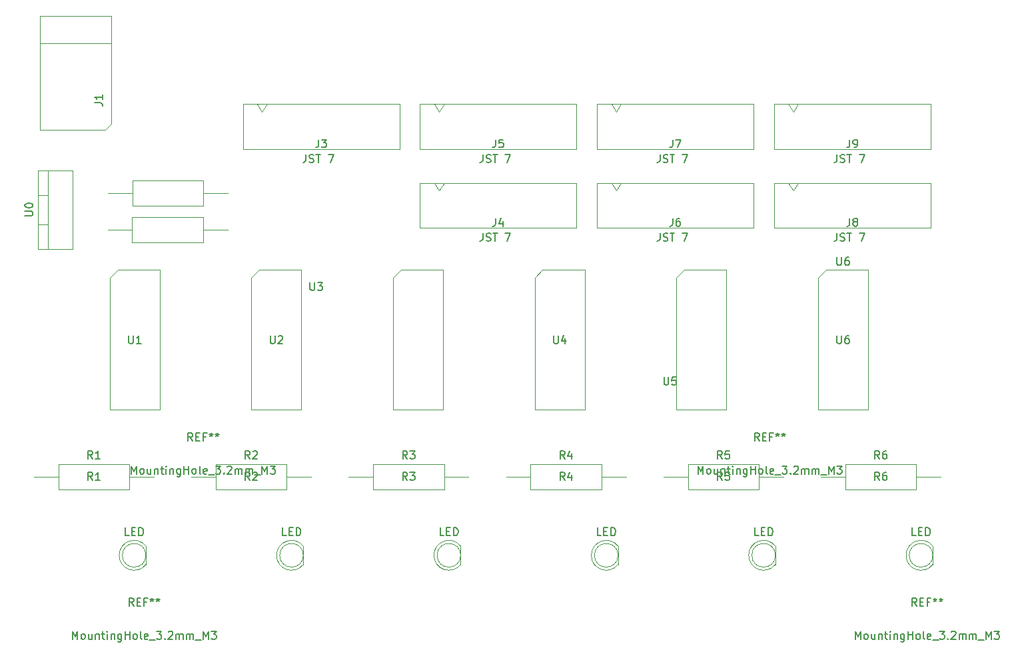
<source format=gbr>
%TF.GenerationSoftware,KiCad,Pcbnew,7.0.6*%
%TF.CreationDate,2023-12-11T13:02:44+00:00*%
%TF.ProjectId,BlankingRelay_Base,426c616e-6b69-46e6-9752-656c61795f42,rev?*%
%TF.SameCoordinates,Original*%
%TF.FileFunction,AssemblyDrawing,Top*%
%FSLAX46Y46*%
G04 Gerber Fmt 4.6, Leading zero omitted, Abs format (unit mm)*
G04 Created by KiCad (PCBNEW 7.0.6) date 2023-12-11 13:02:44*
%MOMM*%
%LPD*%
G01*
G04 APERTURE LIST*
%ADD10C,0.150000*%
%ADD11C,0.100000*%
G04 APERTURE END LIST*
D10*
X58453333Y-127734819D02*
X58120000Y-127258628D01*
X57881905Y-127734819D02*
X57881905Y-126734819D01*
X57881905Y-126734819D02*
X58262857Y-126734819D01*
X58262857Y-126734819D02*
X58358095Y-126782438D01*
X58358095Y-126782438D02*
X58405714Y-126830057D01*
X58405714Y-126830057D02*
X58453333Y-126925295D01*
X58453333Y-126925295D02*
X58453333Y-127068152D01*
X58453333Y-127068152D02*
X58405714Y-127163390D01*
X58405714Y-127163390D02*
X58358095Y-127211009D01*
X58358095Y-127211009D02*
X58262857Y-127258628D01*
X58262857Y-127258628D02*
X57881905Y-127258628D01*
X58834286Y-126830057D02*
X58881905Y-126782438D01*
X58881905Y-126782438D02*
X58977143Y-126734819D01*
X58977143Y-126734819D02*
X59215238Y-126734819D01*
X59215238Y-126734819D02*
X59310476Y-126782438D01*
X59310476Y-126782438D02*
X59358095Y-126830057D01*
X59358095Y-126830057D02*
X59405714Y-126925295D01*
X59405714Y-126925295D02*
X59405714Y-127020533D01*
X59405714Y-127020533D02*
X59358095Y-127163390D01*
X59358095Y-127163390D02*
X58786667Y-127734819D01*
X58786667Y-127734819D02*
X59405714Y-127734819D01*
X58453333Y-130454819D02*
X58120000Y-129978628D01*
X57881905Y-130454819D02*
X57881905Y-129454819D01*
X57881905Y-129454819D02*
X58262857Y-129454819D01*
X58262857Y-129454819D02*
X58358095Y-129502438D01*
X58358095Y-129502438D02*
X58405714Y-129550057D01*
X58405714Y-129550057D02*
X58453333Y-129645295D01*
X58453333Y-129645295D02*
X58453333Y-129788152D01*
X58453333Y-129788152D02*
X58405714Y-129883390D01*
X58405714Y-129883390D02*
X58358095Y-129931009D01*
X58358095Y-129931009D02*
X58262857Y-129978628D01*
X58262857Y-129978628D02*
X57881905Y-129978628D01*
X58834286Y-129550057D02*
X58881905Y-129502438D01*
X58881905Y-129502438D02*
X58977143Y-129454819D01*
X58977143Y-129454819D02*
X59215238Y-129454819D01*
X59215238Y-129454819D02*
X59310476Y-129502438D01*
X59310476Y-129502438D02*
X59358095Y-129550057D01*
X59358095Y-129550057D02*
X59405714Y-129645295D01*
X59405714Y-129645295D02*
X59405714Y-129740533D01*
X59405714Y-129740533D02*
X59358095Y-129883390D01*
X59358095Y-129883390D02*
X58786667Y-130454819D01*
X58786667Y-130454819D02*
X59405714Y-130454819D01*
X63087142Y-137494819D02*
X62610952Y-137494819D01*
X62610952Y-137494819D02*
X62610952Y-136494819D01*
X63420476Y-136971009D02*
X63753809Y-136971009D01*
X63896666Y-137494819D02*
X63420476Y-137494819D01*
X63420476Y-137494819D02*
X63420476Y-136494819D01*
X63420476Y-136494819D02*
X63896666Y-136494819D01*
X64325238Y-137494819D02*
X64325238Y-136494819D01*
X64325238Y-136494819D02*
X64563333Y-136494819D01*
X64563333Y-136494819D02*
X64706190Y-136542438D01*
X64706190Y-136542438D02*
X64801428Y-136637676D01*
X64801428Y-136637676D02*
X64849047Y-136732914D01*
X64849047Y-136732914D02*
X64896666Y-136923390D01*
X64896666Y-136923390D02*
X64896666Y-137066247D01*
X64896666Y-137066247D02*
X64849047Y-137256723D01*
X64849047Y-137256723D02*
X64801428Y-137351961D01*
X64801428Y-137351961D02*
X64706190Y-137447200D01*
X64706190Y-137447200D02*
X64563333Y-137494819D01*
X64563333Y-137494819D02*
X64325238Y-137494819D01*
X35880952Y-150654819D02*
X35880952Y-149654819D01*
X35880952Y-149654819D02*
X36214285Y-150369104D01*
X36214285Y-150369104D02*
X36547618Y-149654819D01*
X36547618Y-149654819D02*
X36547618Y-150654819D01*
X37166666Y-150654819D02*
X37071428Y-150607200D01*
X37071428Y-150607200D02*
X37023809Y-150559580D01*
X37023809Y-150559580D02*
X36976190Y-150464342D01*
X36976190Y-150464342D02*
X36976190Y-150178628D01*
X36976190Y-150178628D02*
X37023809Y-150083390D01*
X37023809Y-150083390D02*
X37071428Y-150035771D01*
X37071428Y-150035771D02*
X37166666Y-149988152D01*
X37166666Y-149988152D02*
X37309523Y-149988152D01*
X37309523Y-149988152D02*
X37404761Y-150035771D01*
X37404761Y-150035771D02*
X37452380Y-150083390D01*
X37452380Y-150083390D02*
X37499999Y-150178628D01*
X37499999Y-150178628D02*
X37499999Y-150464342D01*
X37499999Y-150464342D02*
X37452380Y-150559580D01*
X37452380Y-150559580D02*
X37404761Y-150607200D01*
X37404761Y-150607200D02*
X37309523Y-150654819D01*
X37309523Y-150654819D02*
X37166666Y-150654819D01*
X38357142Y-149988152D02*
X38357142Y-150654819D01*
X37928571Y-149988152D02*
X37928571Y-150511961D01*
X37928571Y-150511961D02*
X37976190Y-150607200D01*
X37976190Y-150607200D02*
X38071428Y-150654819D01*
X38071428Y-150654819D02*
X38214285Y-150654819D01*
X38214285Y-150654819D02*
X38309523Y-150607200D01*
X38309523Y-150607200D02*
X38357142Y-150559580D01*
X38833333Y-149988152D02*
X38833333Y-150654819D01*
X38833333Y-150083390D02*
X38880952Y-150035771D01*
X38880952Y-150035771D02*
X38976190Y-149988152D01*
X38976190Y-149988152D02*
X39119047Y-149988152D01*
X39119047Y-149988152D02*
X39214285Y-150035771D01*
X39214285Y-150035771D02*
X39261904Y-150131009D01*
X39261904Y-150131009D02*
X39261904Y-150654819D01*
X39595238Y-149988152D02*
X39976190Y-149988152D01*
X39738095Y-149654819D02*
X39738095Y-150511961D01*
X39738095Y-150511961D02*
X39785714Y-150607200D01*
X39785714Y-150607200D02*
X39880952Y-150654819D01*
X39880952Y-150654819D02*
X39976190Y-150654819D01*
X40309524Y-150654819D02*
X40309524Y-149988152D01*
X40309524Y-149654819D02*
X40261905Y-149702438D01*
X40261905Y-149702438D02*
X40309524Y-149750057D01*
X40309524Y-149750057D02*
X40357143Y-149702438D01*
X40357143Y-149702438D02*
X40309524Y-149654819D01*
X40309524Y-149654819D02*
X40309524Y-149750057D01*
X40785714Y-149988152D02*
X40785714Y-150654819D01*
X40785714Y-150083390D02*
X40833333Y-150035771D01*
X40833333Y-150035771D02*
X40928571Y-149988152D01*
X40928571Y-149988152D02*
X41071428Y-149988152D01*
X41071428Y-149988152D02*
X41166666Y-150035771D01*
X41166666Y-150035771D02*
X41214285Y-150131009D01*
X41214285Y-150131009D02*
X41214285Y-150654819D01*
X42119047Y-149988152D02*
X42119047Y-150797676D01*
X42119047Y-150797676D02*
X42071428Y-150892914D01*
X42071428Y-150892914D02*
X42023809Y-150940533D01*
X42023809Y-150940533D02*
X41928571Y-150988152D01*
X41928571Y-150988152D02*
X41785714Y-150988152D01*
X41785714Y-150988152D02*
X41690476Y-150940533D01*
X42119047Y-150607200D02*
X42023809Y-150654819D01*
X42023809Y-150654819D02*
X41833333Y-150654819D01*
X41833333Y-150654819D02*
X41738095Y-150607200D01*
X41738095Y-150607200D02*
X41690476Y-150559580D01*
X41690476Y-150559580D02*
X41642857Y-150464342D01*
X41642857Y-150464342D02*
X41642857Y-150178628D01*
X41642857Y-150178628D02*
X41690476Y-150083390D01*
X41690476Y-150083390D02*
X41738095Y-150035771D01*
X41738095Y-150035771D02*
X41833333Y-149988152D01*
X41833333Y-149988152D02*
X42023809Y-149988152D01*
X42023809Y-149988152D02*
X42119047Y-150035771D01*
X42595238Y-150654819D02*
X42595238Y-149654819D01*
X42595238Y-150131009D02*
X43166666Y-150131009D01*
X43166666Y-150654819D02*
X43166666Y-149654819D01*
X43785714Y-150654819D02*
X43690476Y-150607200D01*
X43690476Y-150607200D02*
X43642857Y-150559580D01*
X43642857Y-150559580D02*
X43595238Y-150464342D01*
X43595238Y-150464342D02*
X43595238Y-150178628D01*
X43595238Y-150178628D02*
X43642857Y-150083390D01*
X43642857Y-150083390D02*
X43690476Y-150035771D01*
X43690476Y-150035771D02*
X43785714Y-149988152D01*
X43785714Y-149988152D02*
X43928571Y-149988152D01*
X43928571Y-149988152D02*
X44023809Y-150035771D01*
X44023809Y-150035771D02*
X44071428Y-150083390D01*
X44071428Y-150083390D02*
X44119047Y-150178628D01*
X44119047Y-150178628D02*
X44119047Y-150464342D01*
X44119047Y-150464342D02*
X44071428Y-150559580D01*
X44071428Y-150559580D02*
X44023809Y-150607200D01*
X44023809Y-150607200D02*
X43928571Y-150654819D01*
X43928571Y-150654819D02*
X43785714Y-150654819D01*
X44690476Y-150654819D02*
X44595238Y-150607200D01*
X44595238Y-150607200D02*
X44547619Y-150511961D01*
X44547619Y-150511961D02*
X44547619Y-149654819D01*
X45452381Y-150607200D02*
X45357143Y-150654819D01*
X45357143Y-150654819D02*
X45166667Y-150654819D01*
X45166667Y-150654819D02*
X45071429Y-150607200D01*
X45071429Y-150607200D02*
X45023810Y-150511961D01*
X45023810Y-150511961D02*
X45023810Y-150131009D01*
X45023810Y-150131009D02*
X45071429Y-150035771D01*
X45071429Y-150035771D02*
X45166667Y-149988152D01*
X45166667Y-149988152D02*
X45357143Y-149988152D01*
X45357143Y-149988152D02*
X45452381Y-150035771D01*
X45452381Y-150035771D02*
X45500000Y-150131009D01*
X45500000Y-150131009D02*
X45500000Y-150226247D01*
X45500000Y-150226247D02*
X45023810Y-150321485D01*
X45690477Y-150750057D02*
X46452381Y-150750057D01*
X46595239Y-149654819D02*
X47214286Y-149654819D01*
X47214286Y-149654819D02*
X46880953Y-150035771D01*
X46880953Y-150035771D02*
X47023810Y-150035771D01*
X47023810Y-150035771D02*
X47119048Y-150083390D01*
X47119048Y-150083390D02*
X47166667Y-150131009D01*
X47166667Y-150131009D02*
X47214286Y-150226247D01*
X47214286Y-150226247D02*
X47214286Y-150464342D01*
X47214286Y-150464342D02*
X47166667Y-150559580D01*
X47166667Y-150559580D02*
X47119048Y-150607200D01*
X47119048Y-150607200D02*
X47023810Y-150654819D01*
X47023810Y-150654819D02*
X46738096Y-150654819D01*
X46738096Y-150654819D02*
X46642858Y-150607200D01*
X46642858Y-150607200D02*
X46595239Y-150559580D01*
X47642858Y-150559580D02*
X47690477Y-150607200D01*
X47690477Y-150607200D02*
X47642858Y-150654819D01*
X47642858Y-150654819D02*
X47595239Y-150607200D01*
X47595239Y-150607200D02*
X47642858Y-150559580D01*
X47642858Y-150559580D02*
X47642858Y-150654819D01*
X48071429Y-149750057D02*
X48119048Y-149702438D01*
X48119048Y-149702438D02*
X48214286Y-149654819D01*
X48214286Y-149654819D02*
X48452381Y-149654819D01*
X48452381Y-149654819D02*
X48547619Y-149702438D01*
X48547619Y-149702438D02*
X48595238Y-149750057D01*
X48595238Y-149750057D02*
X48642857Y-149845295D01*
X48642857Y-149845295D02*
X48642857Y-149940533D01*
X48642857Y-149940533D02*
X48595238Y-150083390D01*
X48595238Y-150083390D02*
X48023810Y-150654819D01*
X48023810Y-150654819D02*
X48642857Y-150654819D01*
X49071429Y-150654819D02*
X49071429Y-149988152D01*
X49071429Y-150083390D02*
X49119048Y-150035771D01*
X49119048Y-150035771D02*
X49214286Y-149988152D01*
X49214286Y-149988152D02*
X49357143Y-149988152D01*
X49357143Y-149988152D02*
X49452381Y-150035771D01*
X49452381Y-150035771D02*
X49500000Y-150131009D01*
X49500000Y-150131009D02*
X49500000Y-150654819D01*
X49500000Y-150131009D02*
X49547619Y-150035771D01*
X49547619Y-150035771D02*
X49642857Y-149988152D01*
X49642857Y-149988152D02*
X49785714Y-149988152D01*
X49785714Y-149988152D02*
X49880953Y-150035771D01*
X49880953Y-150035771D02*
X49928572Y-150131009D01*
X49928572Y-150131009D02*
X49928572Y-150654819D01*
X50404762Y-150654819D02*
X50404762Y-149988152D01*
X50404762Y-150083390D02*
X50452381Y-150035771D01*
X50452381Y-150035771D02*
X50547619Y-149988152D01*
X50547619Y-149988152D02*
X50690476Y-149988152D01*
X50690476Y-149988152D02*
X50785714Y-150035771D01*
X50785714Y-150035771D02*
X50833333Y-150131009D01*
X50833333Y-150131009D02*
X50833333Y-150654819D01*
X50833333Y-150131009D02*
X50880952Y-150035771D01*
X50880952Y-150035771D02*
X50976190Y-149988152D01*
X50976190Y-149988152D02*
X51119047Y-149988152D01*
X51119047Y-149988152D02*
X51214286Y-150035771D01*
X51214286Y-150035771D02*
X51261905Y-150131009D01*
X51261905Y-150131009D02*
X51261905Y-150654819D01*
X51500000Y-150750057D02*
X52261904Y-150750057D01*
X52500000Y-150654819D02*
X52500000Y-149654819D01*
X52500000Y-149654819D02*
X52833333Y-150369104D01*
X52833333Y-150369104D02*
X53166666Y-149654819D01*
X53166666Y-149654819D02*
X53166666Y-150654819D01*
X53547619Y-149654819D02*
X54166666Y-149654819D01*
X54166666Y-149654819D02*
X53833333Y-150035771D01*
X53833333Y-150035771D02*
X53976190Y-150035771D01*
X53976190Y-150035771D02*
X54071428Y-150083390D01*
X54071428Y-150083390D02*
X54119047Y-150131009D01*
X54119047Y-150131009D02*
X54166666Y-150226247D01*
X54166666Y-150226247D02*
X54166666Y-150464342D01*
X54166666Y-150464342D02*
X54119047Y-150559580D01*
X54119047Y-150559580D02*
X54071428Y-150607200D01*
X54071428Y-150607200D02*
X53976190Y-150654819D01*
X53976190Y-150654819D02*
X53690476Y-150654819D01*
X53690476Y-150654819D02*
X53595238Y-150607200D01*
X53595238Y-150607200D02*
X53547619Y-150559580D01*
X43666666Y-146454819D02*
X43333333Y-145978628D01*
X43095238Y-146454819D02*
X43095238Y-145454819D01*
X43095238Y-145454819D02*
X43476190Y-145454819D01*
X43476190Y-145454819D02*
X43571428Y-145502438D01*
X43571428Y-145502438D02*
X43619047Y-145550057D01*
X43619047Y-145550057D02*
X43666666Y-145645295D01*
X43666666Y-145645295D02*
X43666666Y-145788152D01*
X43666666Y-145788152D02*
X43619047Y-145883390D01*
X43619047Y-145883390D02*
X43571428Y-145931009D01*
X43571428Y-145931009D02*
X43476190Y-145978628D01*
X43476190Y-145978628D02*
X43095238Y-145978628D01*
X44095238Y-145931009D02*
X44428571Y-145931009D01*
X44571428Y-146454819D02*
X44095238Y-146454819D01*
X44095238Y-146454819D02*
X44095238Y-145454819D01*
X44095238Y-145454819D02*
X44571428Y-145454819D01*
X45333333Y-145931009D02*
X45000000Y-145931009D01*
X45000000Y-146454819D02*
X45000000Y-145454819D01*
X45000000Y-145454819D02*
X45476190Y-145454819D01*
X46000000Y-145454819D02*
X46000000Y-145692914D01*
X45761905Y-145597676D02*
X46000000Y-145692914D01*
X46000000Y-145692914D02*
X46238095Y-145597676D01*
X45857143Y-145883390D02*
X46000000Y-145692914D01*
X46000000Y-145692914D02*
X46142857Y-145883390D01*
X46761905Y-145454819D02*
X46761905Y-145692914D01*
X46523810Y-145597676D02*
X46761905Y-145692914D01*
X46761905Y-145692914D02*
X47000000Y-145597676D01*
X46619048Y-145883390D02*
X46761905Y-145692914D01*
X46761905Y-145692914D02*
X46904762Y-145883390D01*
X97048095Y-112074819D02*
X97048095Y-112884342D01*
X97048095Y-112884342D02*
X97095714Y-112979580D01*
X97095714Y-112979580D02*
X97143333Y-113027200D01*
X97143333Y-113027200D02*
X97238571Y-113074819D01*
X97238571Y-113074819D02*
X97429047Y-113074819D01*
X97429047Y-113074819D02*
X97524285Y-113027200D01*
X97524285Y-113027200D02*
X97571904Y-112979580D01*
X97571904Y-112979580D02*
X97619523Y-112884342D01*
X97619523Y-112884342D02*
X97619523Y-112074819D01*
X98524285Y-112408152D02*
X98524285Y-113074819D01*
X98286190Y-112027200D02*
X98048095Y-112741485D01*
X98048095Y-112741485D02*
X98667142Y-112741485D01*
X123087142Y-137494819D02*
X122610952Y-137494819D01*
X122610952Y-137494819D02*
X122610952Y-136494819D01*
X123420476Y-136971009D02*
X123753809Y-136971009D01*
X123896666Y-137494819D02*
X123420476Y-137494819D01*
X123420476Y-137494819D02*
X123420476Y-136494819D01*
X123420476Y-136494819D02*
X123896666Y-136494819D01*
X124325238Y-137494819D02*
X124325238Y-136494819D01*
X124325238Y-136494819D02*
X124563333Y-136494819D01*
X124563333Y-136494819D02*
X124706190Y-136542438D01*
X124706190Y-136542438D02*
X124801428Y-136637676D01*
X124801428Y-136637676D02*
X124849047Y-136732914D01*
X124849047Y-136732914D02*
X124896666Y-136923390D01*
X124896666Y-136923390D02*
X124896666Y-137066247D01*
X124896666Y-137066247D02*
X124849047Y-137256723D01*
X124849047Y-137256723D02*
X124801428Y-137351961D01*
X124801428Y-137351961D02*
X124706190Y-137447200D01*
X124706190Y-137447200D02*
X124563333Y-137494819D01*
X124563333Y-137494819D02*
X124325238Y-137494819D01*
X143087142Y-137494819D02*
X142610952Y-137494819D01*
X142610952Y-137494819D02*
X142610952Y-136494819D01*
X143420476Y-136971009D02*
X143753809Y-136971009D01*
X143896666Y-137494819D02*
X143420476Y-137494819D01*
X143420476Y-137494819D02*
X143420476Y-136494819D01*
X143420476Y-136494819D02*
X143896666Y-136494819D01*
X144325238Y-137494819D02*
X144325238Y-136494819D01*
X144325238Y-136494819D02*
X144563333Y-136494819D01*
X144563333Y-136494819D02*
X144706190Y-136542438D01*
X144706190Y-136542438D02*
X144801428Y-136637676D01*
X144801428Y-136637676D02*
X144849047Y-136732914D01*
X144849047Y-136732914D02*
X144896666Y-136923390D01*
X144896666Y-136923390D02*
X144896666Y-137066247D01*
X144896666Y-137066247D02*
X144849047Y-137256723D01*
X144849047Y-137256723D02*
X144801428Y-137351961D01*
X144801428Y-137351961D02*
X144706190Y-137447200D01*
X144706190Y-137447200D02*
X144563333Y-137494819D01*
X144563333Y-137494819D02*
X144325238Y-137494819D01*
X111063095Y-117329819D02*
X111063095Y-118139342D01*
X111063095Y-118139342D02*
X111110714Y-118234580D01*
X111110714Y-118234580D02*
X111158333Y-118282200D01*
X111158333Y-118282200D02*
X111253571Y-118329819D01*
X111253571Y-118329819D02*
X111444047Y-118329819D01*
X111444047Y-118329819D02*
X111539285Y-118282200D01*
X111539285Y-118282200D02*
X111586904Y-118234580D01*
X111586904Y-118234580D02*
X111634523Y-118139342D01*
X111634523Y-118139342D02*
X111634523Y-117329819D01*
X112586904Y-117329819D02*
X112110714Y-117329819D01*
X112110714Y-117329819D02*
X112063095Y-117806009D01*
X112063095Y-117806009D02*
X112110714Y-117758390D01*
X112110714Y-117758390D02*
X112205952Y-117710771D01*
X112205952Y-117710771D02*
X112444047Y-117710771D01*
X112444047Y-117710771D02*
X112539285Y-117758390D01*
X112539285Y-117758390D02*
X112586904Y-117806009D01*
X112586904Y-117806009D02*
X112634523Y-117901247D01*
X112634523Y-117901247D02*
X112634523Y-118139342D01*
X112634523Y-118139342D02*
X112586904Y-118234580D01*
X112586904Y-118234580D02*
X112539285Y-118282200D01*
X112539285Y-118282200D02*
X112444047Y-118329819D01*
X112444047Y-118329819D02*
X112205952Y-118329819D01*
X112205952Y-118329819D02*
X112110714Y-118282200D01*
X112110714Y-118282200D02*
X112063095Y-118234580D01*
X61048095Y-112074819D02*
X61048095Y-112884342D01*
X61048095Y-112884342D02*
X61095714Y-112979580D01*
X61095714Y-112979580D02*
X61143333Y-113027200D01*
X61143333Y-113027200D02*
X61238571Y-113074819D01*
X61238571Y-113074819D02*
X61429047Y-113074819D01*
X61429047Y-113074819D02*
X61524285Y-113027200D01*
X61524285Y-113027200D02*
X61571904Y-112979580D01*
X61571904Y-112979580D02*
X61619523Y-112884342D01*
X61619523Y-112884342D02*
X61619523Y-112074819D01*
X62048095Y-112170057D02*
X62095714Y-112122438D01*
X62095714Y-112122438D02*
X62190952Y-112074819D01*
X62190952Y-112074819D02*
X62429047Y-112074819D01*
X62429047Y-112074819D02*
X62524285Y-112122438D01*
X62524285Y-112122438D02*
X62571904Y-112170057D01*
X62571904Y-112170057D02*
X62619523Y-112265295D01*
X62619523Y-112265295D02*
X62619523Y-112360533D01*
X62619523Y-112360533D02*
X62571904Y-112503390D01*
X62571904Y-112503390D02*
X62000476Y-113074819D01*
X62000476Y-113074819D02*
X62619523Y-113074819D01*
X110547618Y-99054819D02*
X110547618Y-99769104D01*
X110547618Y-99769104D02*
X110499999Y-99911961D01*
X110499999Y-99911961D02*
X110404761Y-100007200D01*
X110404761Y-100007200D02*
X110261904Y-100054819D01*
X110261904Y-100054819D02*
X110166666Y-100054819D01*
X110976190Y-100007200D02*
X111119047Y-100054819D01*
X111119047Y-100054819D02*
X111357142Y-100054819D01*
X111357142Y-100054819D02*
X111452380Y-100007200D01*
X111452380Y-100007200D02*
X111499999Y-99959580D01*
X111499999Y-99959580D02*
X111547618Y-99864342D01*
X111547618Y-99864342D02*
X111547618Y-99769104D01*
X111547618Y-99769104D02*
X111499999Y-99673866D01*
X111499999Y-99673866D02*
X111452380Y-99626247D01*
X111452380Y-99626247D02*
X111357142Y-99578628D01*
X111357142Y-99578628D02*
X111166666Y-99531009D01*
X111166666Y-99531009D02*
X111071428Y-99483390D01*
X111071428Y-99483390D02*
X111023809Y-99435771D01*
X111023809Y-99435771D02*
X110976190Y-99340533D01*
X110976190Y-99340533D02*
X110976190Y-99245295D01*
X110976190Y-99245295D02*
X111023809Y-99150057D01*
X111023809Y-99150057D02*
X111071428Y-99102438D01*
X111071428Y-99102438D02*
X111166666Y-99054819D01*
X111166666Y-99054819D02*
X111404761Y-99054819D01*
X111404761Y-99054819D02*
X111547618Y-99102438D01*
X111833333Y-99054819D02*
X112404761Y-99054819D01*
X112119047Y-100054819D02*
X112119047Y-99054819D01*
X113404762Y-99054819D02*
X114071428Y-99054819D01*
X114071428Y-99054819D02*
X113642857Y-100054819D01*
X112166666Y-97154819D02*
X112166666Y-97869104D01*
X112166666Y-97869104D02*
X112119047Y-98011961D01*
X112119047Y-98011961D02*
X112023809Y-98107200D01*
X112023809Y-98107200D02*
X111880952Y-98154819D01*
X111880952Y-98154819D02*
X111785714Y-98154819D01*
X113071428Y-97154819D02*
X112880952Y-97154819D01*
X112880952Y-97154819D02*
X112785714Y-97202438D01*
X112785714Y-97202438D02*
X112738095Y-97250057D01*
X112738095Y-97250057D02*
X112642857Y-97392914D01*
X112642857Y-97392914D02*
X112595238Y-97583390D01*
X112595238Y-97583390D02*
X112595238Y-97964342D01*
X112595238Y-97964342D02*
X112642857Y-98059580D01*
X112642857Y-98059580D02*
X112690476Y-98107200D01*
X112690476Y-98107200D02*
X112785714Y-98154819D01*
X112785714Y-98154819D02*
X112976190Y-98154819D01*
X112976190Y-98154819D02*
X113071428Y-98107200D01*
X113071428Y-98107200D02*
X113119047Y-98059580D01*
X113119047Y-98059580D02*
X113166666Y-97964342D01*
X113166666Y-97964342D02*
X113166666Y-97726247D01*
X113166666Y-97726247D02*
X113119047Y-97631009D01*
X113119047Y-97631009D02*
X113071428Y-97583390D01*
X113071428Y-97583390D02*
X112976190Y-97535771D01*
X112976190Y-97535771D02*
X112785714Y-97535771D01*
X112785714Y-97535771D02*
X112690476Y-97583390D01*
X112690476Y-97583390D02*
X112642857Y-97631009D01*
X112642857Y-97631009D02*
X112595238Y-97726247D01*
X98453333Y-127734819D02*
X98120000Y-127258628D01*
X97881905Y-127734819D02*
X97881905Y-126734819D01*
X97881905Y-126734819D02*
X98262857Y-126734819D01*
X98262857Y-126734819D02*
X98358095Y-126782438D01*
X98358095Y-126782438D02*
X98405714Y-126830057D01*
X98405714Y-126830057D02*
X98453333Y-126925295D01*
X98453333Y-126925295D02*
X98453333Y-127068152D01*
X98453333Y-127068152D02*
X98405714Y-127163390D01*
X98405714Y-127163390D02*
X98358095Y-127211009D01*
X98358095Y-127211009D02*
X98262857Y-127258628D01*
X98262857Y-127258628D02*
X97881905Y-127258628D01*
X99310476Y-127068152D02*
X99310476Y-127734819D01*
X99072381Y-126687200D02*
X98834286Y-127401485D01*
X98834286Y-127401485D02*
X99453333Y-127401485D01*
X98453333Y-130454819D02*
X98120000Y-129978628D01*
X97881905Y-130454819D02*
X97881905Y-129454819D01*
X97881905Y-129454819D02*
X98262857Y-129454819D01*
X98262857Y-129454819D02*
X98358095Y-129502438D01*
X98358095Y-129502438D02*
X98405714Y-129550057D01*
X98405714Y-129550057D02*
X98453333Y-129645295D01*
X98453333Y-129645295D02*
X98453333Y-129788152D01*
X98453333Y-129788152D02*
X98405714Y-129883390D01*
X98405714Y-129883390D02*
X98358095Y-129931009D01*
X98358095Y-129931009D02*
X98262857Y-129978628D01*
X98262857Y-129978628D02*
X97881905Y-129978628D01*
X99310476Y-129788152D02*
X99310476Y-130454819D01*
X99072381Y-129407200D02*
X98834286Y-130121485D01*
X98834286Y-130121485D02*
X99453333Y-130121485D01*
X43048095Y-112074819D02*
X43048095Y-112884342D01*
X43048095Y-112884342D02*
X43095714Y-112979580D01*
X43095714Y-112979580D02*
X43143333Y-113027200D01*
X43143333Y-113027200D02*
X43238571Y-113074819D01*
X43238571Y-113074819D02*
X43429047Y-113074819D01*
X43429047Y-113074819D02*
X43524285Y-113027200D01*
X43524285Y-113027200D02*
X43571904Y-112979580D01*
X43571904Y-112979580D02*
X43619523Y-112884342D01*
X43619523Y-112884342D02*
X43619523Y-112074819D01*
X44619523Y-113074819D02*
X44048095Y-113074819D01*
X44333809Y-113074819D02*
X44333809Y-112074819D01*
X44333809Y-112074819D02*
X44238571Y-112217676D01*
X44238571Y-112217676D02*
X44143333Y-112312914D01*
X44143333Y-112312914D02*
X44048095Y-112360533D01*
X78453333Y-127734819D02*
X78120000Y-127258628D01*
X77881905Y-127734819D02*
X77881905Y-126734819D01*
X77881905Y-126734819D02*
X78262857Y-126734819D01*
X78262857Y-126734819D02*
X78358095Y-126782438D01*
X78358095Y-126782438D02*
X78405714Y-126830057D01*
X78405714Y-126830057D02*
X78453333Y-126925295D01*
X78453333Y-126925295D02*
X78453333Y-127068152D01*
X78453333Y-127068152D02*
X78405714Y-127163390D01*
X78405714Y-127163390D02*
X78358095Y-127211009D01*
X78358095Y-127211009D02*
X78262857Y-127258628D01*
X78262857Y-127258628D02*
X77881905Y-127258628D01*
X78786667Y-126734819D02*
X79405714Y-126734819D01*
X79405714Y-126734819D02*
X79072381Y-127115771D01*
X79072381Y-127115771D02*
X79215238Y-127115771D01*
X79215238Y-127115771D02*
X79310476Y-127163390D01*
X79310476Y-127163390D02*
X79358095Y-127211009D01*
X79358095Y-127211009D02*
X79405714Y-127306247D01*
X79405714Y-127306247D02*
X79405714Y-127544342D01*
X79405714Y-127544342D02*
X79358095Y-127639580D01*
X79358095Y-127639580D02*
X79310476Y-127687200D01*
X79310476Y-127687200D02*
X79215238Y-127734819D01*
X79215238Y-127734819D02*
X78929524Y-127734819D01*
X78929524Y-127734819D02*
X78834286Y-127687200D01*
X78834286Y-127687200D02*
X78786667Y-127639580D01*
X78453333Y-130454819D02*
X78120000Y-129978628D01*
X77881905Y-130454819D02*
X77881905Y-129454819D01*
X77881905Y-129454819D02*
X78262857Y-129454819D01*
X78262857Y-129454819D02*
X78358095Y-129502438D01*
X78358095Y-129502438D02*
X78405714Y-129550057D01*
X78405714Y-129550057D02*
X78453333Y-129645295D01*
X78453333Y-129645295D02*
X78453333Y-129788152D01*
X78453333Y-129788152D02*
X78405714Y-129883390D01*
X78405714Y-129883390D02*
X78358095Y-129931009D01*
X78358095Y-129931009D02*
X78262857Y-129978628D01*
X78262857Y-129978628D02*
X77881905Y-129978628D01*
X78786667Y-129454819D02*
X79405714Y-129454819D01*
X79405714Y-129454819D02*
X79072381Y-129835771D01*
X79072381Y-129835771D02*
X79215238Y-129835771D01*
X79215238Y-129835771D02*
X79310476Y-129883390D01*
X79310476Y-129883390D02*
X79358095Y-129931009D01*
X79358095Y-129931009D02*
X79405714Y-130026247D01*
X79405714Y-130026247D02*
X79405714Y-130264342D01*
X79405714Y-130264342D02*
X79358095Y-130359580D01*
X79358095Y-130359580D02*
X79310476Y-130407200D01*
X79310476Y-130407200D02*
X79215238Y-130454819D01*
X79215238Y-130454819D02*
X78929524Y-130454819D01*
X78929524Y-130454819D02*
X78834286Y-130407200D01*
X78834286Y-130407200D02*
X78786667Y-130359580D01*
X135380952Y-150654819D02*
X135380952Y-149654819D01*
X135380952Y-149654819D02*
X135714285Y-150369104D01*
X135714285Y-150369104D02*
X136047618Y-149654819D01*
X136047618Y-149654819D02*
X136047618Y-150654819D01*
X136666666Y-150654819D02*
X136571428Y-150607200D01*
X136571428Y-150607200D02*
X136523809Y-150559580D01*
X136523809Y-150559580D02*
X136476190Y-150464342D01*
X136476190Y-150464342D02*
X136476190Y-150178628D01*
X136476190Y-150178628D02*
X136523809Y-150083390D01*
X136523809Y-150083390D02*
X136571428Y-150035771D01*
X136571428Y-150035771D02*
X136666666Y-149988152D01*
X136666666Y-149988152D02*
X136809523Y-149988152D01*
X136809523Y-149988152D02*
X136904761Y-150035771D01*
X136904761Y-150035771D02*
X136952380Y-150083390D01*
X136952380Y-150083390D02*
X136999999Y-150178628D01*
X136999999Y-150178628D02*
X136999999Y-150464342D01*
X136999999Y-150464342D02*
X136952380Y-150559580D01*
X136952380Y-150559580D02*
X136904761Y-150607200D01*
X136904761Y-150607200D02*
X136809523Y-150654819D01*
X136809523Y-150654819D02*
X136666666Y-150654819D01*
X137857142Y-149988152D02*
X137857142Y-150654819D01*
X137428571Y-149988152D02*
X137428571Y-150511961D01*
X137428571Y-150511961D02*
X137476190Y-150607200D01*
X137476190Y-150607200D02*
X137571428Y-150654819D01*
X137571428Y-150654819D02*
X137714285Y-150654819D01*
X137714285Y-150654819D02*
X137809523Y-150607200D01*
X137809523Y-150607200D02*
X137857142Y-150559580D01*
X138333333Y-149988152D02*
X138333333Y-150654819D01*
X138333333Y-150083390D02*
X138380952Y-150035771D01*
X138380952Y-150035771D02*
X138476190Y-149988152D01*
X138476190Y-149988152D02*
X138619047Y-149988152D01*
X138619047Y-149988152D02*
X138714285Y-150035771D01*
X138714285Y-150035771D02*
X138761904Y-150131009D01*
X138761904Y-150131009D02*
X138761904Y-150654819D01*
X139095238Y-149988152D02*
X139476190Y-149988152D01*
X139238095Y-149654819D02*
X139238095Y-150511961D01*
X139238095Y-150511961D02*
X139285714Y-150607200D01*
X139285714Y-150607200D02*
X139380952Y-150654819D01*
X139380952Y-150654819D02*
X139476190Y-150654819D01*
X139809524Y-150654819D02*
X139809524Y-149988152D01*
X139809524Y-149654819D02*
X139761905Y-149702438D01*
X139761905Y-149702438D02*
X139809524Y-149750057D01*
X139809524Y-149750057D02*
X139857143Y-149702438D01*
X139857143Y-149702438D02*
X139809524Y-149654819D01*
X139809524Y-149654819D02*
X139809524Y-149750057D01*
X140285714Y-149988152D02*
X140285714Y-150654819D01*
X140285714Y-150083390D02*
X140333333Y-150035771D01*
X140333333Y-150035771D02*
X140428571Y-149988152D01*
X140428571Y-149988152D02*
X140571428Y-149988152D01*
X140571428Y-149988152D02*
X140666666Y-150035771D01*
X140666666Y-150035771D02*
X140714285Y-150131009D01*
X140714285Y-150131009D02*
X140714285Y-150654819D01*
X141619047Y-149988152D02*
X141619047Y-150797676D01*
X141619047Y-150797676D02*
X141571428Y-150892914D01*
X141571428Y-150892914D02*
X141523809Y-150940533D01*
X141523809Y-150940533D02*
X141428571Y-150988152D01*
X141428571Y-150988152D02*
X141285714Y-150988152D01*
X141285714Y-150988152D02*
X141190476Y-150940533D01*
X141619047Y-150607200D02*
X141523809Y-150654819D01*
X141523809Y-150654819D02*
X141333333Y-150654819D01*
X141333333Y-150654819D02*
X141238095Y-150607200D01*
X141238095Y-150607200D02*
X141190476Y-150559580D01*
X141190476Y-150559580D02*
X141142857Y-150464342D01*
X141142857Y-150464342D02*
X141142857Y-150178628D01*
X141142857Y-150178628D02*
X141190476Y-150083390D01*
X141190476Y-150083390D02*
X141238095Y-150035771D01*
X141238095Y-150035771D02*
X141333333Y-149988152D01*
X141333333Y-149988152D02*
X141523809Y-149988152D01*
X141523809Y-149988152D02*
X141619047Y-150035771D01*
X142095238Y-150654819D02*
X142095238Y-149654819D01*
X142095238Y-150131009D02*
X142666666Y-150131009D01*
X142666666Y-150654819D02*
X142666666Y-149654819D01*
X143285714Y-150654819D02*
X143190476Y-150607200D01*
X143190476Y-150607200D02*
X143142857Y-150559580D01*
X143142857Y-150559580D02*
X143095238Y-150464342D01*
X143095238Y-150464342D02*
X143095238Y-150178628D01*
X143095238Y-150178628D02*
X143142857Y-150083390D01*
X143142857Y-150083390D02*
X143190476Y-150035771D01*
X143190476Y-150035771D02*
X143285714Y-149988152D01*
X143285714Y-149988152D02*
X143428571Y-149988152D01*
X143428571Y-149988152D02*
X143523809Y-150035771D01*
X143523809Y-150035771D02*
X143571428Y-150083390D01*
X143571428Y-150083390D02*
X143619047Y-150178628D01*
X143619047Y-150178628D02*
X143619047Y-150464342D01*
X143619047Y-150464342D02*
X143571428Y-150559580D01*
X143571428Y-150559580D02*
X143523809Y-150607200D01*
X143523809Y-150607200D02*
X143428571Y-150654819D01*
X143428571Y-150654819D02*
X143285714Y-150654819D01*
X144190476Y-150654819D02*
X144095238Y-150607200D01*
X144095238Y-150607200D02*
X144047619Y-150511961D01*
X144047619Y-150511961D02*
X144047619Y-149654819D01*
X144952381Y-150607200D02*
X144857143Y-150654819D01*
X144857143Y-150654819D02*
X144666667Y-150654819D01*
X144666667Y-150654819D02*
X144571429Y-150607200D01*
X144571429Y-150607200D02*
X144523810Y-150511961D01*
X144523810Y-150511961D02*
X144523810Y-150131009D01*
X144523810Y-150131009D02*
X144571429Y-150035771D01*
X144571429Y-150035771D02*
X144666667Y-149988152D01*
X144666667Y-149988152D02*
X144857143Y-149988152D01*
X144857143Y-149988152D02*
X144952381Y-150035771D01*
X144952381Y-150035771D02*
X145000000Y-150131009D01*
X145000000Y-150131009D02*
X145000000Y-150226247D01*
X145000000Y-150226247D02*
X144523810Y-150321485D01*
X145190477Y-150750057D02*
X145952381Y-150750057D01*
X146095239Y-149654819D02*
X146714286Y-149654819D01*
X146714286Y-149654819D02*
X146380953Y-150035771D01*
X146380953Y-150035771D02*
X146523810Y-150035771D01*
X146523810Y-150035771D02*
X146619048Y-150083390D01*
X146619048Y-150083390D02*
X146666667Y-150131009D01*
X146666667Y-150131009D02*
X146714286Y-150226247D01*
X146714286Y-150226247D02*
X146714286Y-150464342D01*
X146714286Y-150464342D02*
X146666667Y-150559580D01*
X146666667Y-150559580D02*
X146619048Y-150607200D01*
X146619048Y-150607200D02*
X146523810Y-150654819D01*
X146523810Y-150654819D02*
X146238096Y-150654819D01*
X146238096Y-150654819D02*
X146142858Y-150607200D01*
X146142858Y-150607200D02*
X146095239Y-150559580D01*
X147142858Y-150559580D02*
X147190477Y-150607200D01*
X147190477Y-150607200D02*
X147142858Y-150654819D01*
X147142858Y-150654819D02*
X147095239Y-150607200D01*
X147095239Y-150607200D02*
X147142858Y-150559580D01*
X147142858Y-150559580D02*
X147142858Y-150654819D01*
X147571429Y-149750057D02*
X147619048Y-149702438D01*
X147619048Y-149702438D02*
X147714286Y-149654819D01*
X147714286Y-149654819D02*
X147952381Y-149654819D01*
X147952381Y-149654819D02*
X148047619Y-149702438D01*
X148047619Y-149702438D02*
X148095238Y-149750057D01*
X148095238Y-149750057D02*
X148142857Y-149845295D01*
X148142857Y-149845295D02*
X148142857Y-149940533D01*
X148142857Y-149940533D02*
X148095238Y-150083390D01*
X148095238Y-150083390D02*
X147523810Y-150654819D01*
X147523810Y-150654819D02*
X148142857Y-150654819D01*
X148571429Y-150654819D02*
X148571429Y-149988152D01*
X148571429Y-150083390D02*
X148619048Y-150035771D01*
X148619048Y-150035771D02*
X148714286Y-149988152D01*
X148714286Y-149988152D02*
X148857143Y-149988152D01*
X148857143Y-149988152D02*
X148952381Y-150035771D01*
X148952381Y-150035771D02*
X149000000Y-150131009D01*
X149000000Y-150131009D02*
X149000000Y-150654819D01*
X149000000Y-150131009D02*
X149047619Y-150035771D01*
X149047619Y-150035771D02*
X149142857Y-149988152D01*
X149142857Y-149988152D02*
X149285714Y-149988152D01*
X149285714Y-149988152D02*
X149380953Y-150035771D01*
X149380953Y-150035771D02*
X149428572Y-150131009D01*
X149428572Y-150131009D02*
X149428572Y-150654819D01*
X149904762Y-150654819D02*
X149904762Y-149988152D01*
X149904762Y-150083390D02*
X149952381Y-150035771D01*
X149952381Y-150035771D02*
X150047619Y-149988152D01*
X150047619Y-149988152D02*
X150190476Y-149988152D01*
X150190476Y-149988152D02*
X150285714Y-150035771D01*
X150285714Y-150035771D02*
X150333333Y-150131009D01*
X150333333Y-150131009D02*
X150333333Y-150654819D01*
X150333333Y-150131009D02*
X150380952Y-150035771D01*
X150380952Y-150035771D02*
X150476190Y-149988152D01*
X150476190Y-149988152D02*
X150619047Y-149988152D01*
X150619047Y-149988152D02*
X150714286Y-150035771D01*
X150714286Y-150035771D02*
X150761905Y-150131009D01*
X150761905Y-150131009D02*
X150761905Y-150654819D01*
X151000000Y-150750057D02*
X151761904Y-150750057D01*
X152000000Y-150654819D02*
X152000000Y-149654819D01*
X152000000Y-149654819D02*
X152333333Y-150369104D01*
X152333333Y-150369104D02*
X152666666Y-149654819D01*
X152666666Y-149654819D02*
X152666666Y-150654819D01*
X153047619Y-149654819D02*
X153666666Y-149654819D01*
X153666666Y-149654819D02*
X153333333Y-150035771D01*
X153333333Y-150035771D02*
X153476190Y-150035771D01*
X153476190Y-150035771D02*
X153571428Y-150083390D01*
X153571428Y-150083390D02*
X153619047Y-150131009D01*
X153619047Y-150131009D02*
X153666666Y-150226247D01*
X153666666Y-150226247D02*
X153666666Y-150464342D01*
X153666666Y-150464342D02*
X153619047Y-150559580D01*
X153619047Y-150559580D02*
X153571428Y-150607200D01*
X153571428Y-150607200D02*
X153476190Y-150654819D01*
X153476190Y-150654819D02*
X153190476Y-150654819D01*
X153190476Y-150654819D02*
X153095238Y-150607200D01*
X153095238Y-150607200D02*
X153047619Y-150559580D01*
X143166666Y-146454819D02*
X142833333Y-145978628D01*
X142595238Y-146454819D02*
X142595238Y-145454819D01*
X142595238Y-145454819D02*
X142976190Y-145454819D01*
X142976190Y-145454819D02*
X143071428Y-145502438D01*
X143071428Y-145502438D02*
X143119047Y-145550057D01*
X143119047Y-145550057D02*
X143166666Y-145645295D01*
X143166666Y-145645295D02*
X143166666Y-145788152D01*
X143166666Y-145788152D02*
X143119047Y-145883390D01*
X143119047Y-145883390D02*
X143071428Y-145931009D01*
X143071428Y-145931009D02*
X142976190Y-145978628D01*
X142976190Y-145978628D02*
X142595238Y-145978628D01*
X143595238Y-145931009D02*
X143928571Y-145931009D01*
X144071428Y-146454819D02*
X143595238Y-146454819D01*
X143595238Y-146454819D02*
X143595238Y-145454819D01*
X143595238Y-145454819D02*
X144071428Y-145454819D01*
X144833333Y-145931009D02*
X144500000Y-145931009D01*
X144500000Y-146454819D02*
X144500000Y-145454819D01*
X144500000Y-145454819D02*
X144976190Y-145454819D01*
X145500000Y-145454819D02*
X145500000Y-145692914D01*
X145261905Y-145597676D02*
X145500000Y-145692914D01*
X145500000Y-145692914D02*
X145738095Y-145597676D01*
X145357143Y-145883390D02*
X145500000Y-145692914D01*
X145500000Y-145692914D02*
X145642857Y-145883390D01*
X146261905Y-145454819D02*
X146261905Y-145692914D01*
X146023810Y-145597676D02*
X146261905Y-145692914D01*
X146261905Y-145692914D02*
X146500000Y-145597676D01*
X146119048Y-145883390D02*
X146261905Y-145692914D01*
X146261905Y-145692914D02*
X146404762Y-145883390D01*
X43087142Y-137494819D02*
X42610952Y-137494819D01*
X42610952Y-137494819D02*
X42610952Y-136494819D01*
X43420476Y-136971009D02*
X43753809Y-136971009D01*
X43896666Y-137494819D02*
X43420476Y-137494819D01*
X43420476Y-137494819D02*
X43420476Y-136494819D01*
X43420476Y-136494819D02*
X43896666Y-136494819D01*
X44325238Y-137494819D02*
X44325238Y-136494819D01*
X44325238Y-136494819D02*
X44563333Y-136494819D01*
X44563333Y-136494819D02*
X44706190Y-136542438D01*
X44706190Y-136542438D02*
X44801428Y-136637676D01*
X44801428Y-136637676D02*
X44849047Y-136732914D01*
X44849047Y-136732914D02*
X44896666Y-136923390D01*
X44896666Y-136923390D02*
X44896666Y-137066247D01*
X44896666Y-137066247D02*
X44849047Y-137256723D01*
X44849047Y-137256723D02*
X44801428Y-137351961D01*
X44801428Y-137351961D02*
X44706190Y-137447200D01*
X44706190Y-137447200D02*
X44563333Y-137494819D01*
X44563333Y-137494819D02*
X44325238Y-137494819D01*
X43380952Y-129654819D02*
X43380952Y-128654819D01*
X43380952Y-128654819D02*
X43714285Y-129369104D01*
X43714285Y-129369104D02*
X44047618Y-128654819D01*
X44047618Y-128654819D02*
X44047618Y-129654819D01*
X44666666Y-129654819D02*
X44571428Y-129607200D01*
X44571428Y-129607200D02*
X44523809Y-129559580D01*
X44523809Y-129559580D02*
X44476190Y-129464342D01*
X44476190Y-129464342D02*
X44476190Y-129178628D01*
X44476190Y-129178628D02*
X44523809Y-129083390D01*
X44523809Y-129083390D02*
X44571428Y-129035771D01*
X44571428Y-129035771D02*
X44666666Y-128988152D01*
X44666666Y-128988152D02*
X44809523Y-128988152D01*
X44809523Y-128988152D02*
X44904761Y-129035771D01*
X44904761Y-129035771D02*
X44952380Y-129083390D01*
X44952380Y-129083390D02*
X44999999Y-129178628D01*
X44999999Y-129178628D02*
X44999999Y-129464342D01*
X44999999Y-129464342D02*
X44952380Y-129559580D01*
X44952380Y-129559580D02*
X44904761Y-129607200D01*
X44904761Y-129607200D02*
X44809523Y-129654819D01*
X44809523Y-129654819D02*
X44666666Y-129654819D01*
X45857142Y-128988152D02*
X45857142Y-129654819D01*
X45428571Y-128988152D02*
X45428571Y-129511961D01*
X45428571Y-129511961D02*
X45476190Y-129607200D01*
X45476190Y-129607200D02*
X45571428Y-129654819D01*
X45571428Y-129654819D02*
X45714285Y-129654819D01*
X45714285Y-129654819D02*
X45809523Y-129607200D01*
X45809523Y-129607200D02*
X45857142Y-129559580D01*
X46333333Y-128988152D02*
X46333333Y-129654819D01*
X46333333Y-129083390D02*
X46380952Y-129035771D01*
X46380952Y-129035771D02*
X46476190Y-128988152D01*
X46476190Y-128988152D02*
X46619047Y-128988152D01*
X46619047Y-128988152D02*
X46714285Y-129035771D01*
X46714285Y-129035771D02*
X46761904Y-129131009D01*
X46761904Y-129131009D02*
X46761904Y-129654819D01*
X47095238Y-128988152D02*
X47476190Y-128988152D01*
X47238095Y-128654819D02*
X47238095Y-129511961D01*
X47238095Y-129511961D02*
X47285714Y-129607200D01*
X47285714Y-129607200D02*
X47380952Y-129654819D01*
X47380952Y-129654819D02*
X47476190Y-129654819D01*
X47809524Y-129654819D02*
X47809524Y-128988152D01*
X47809524Y-128654819D02*
X47761905Y-128702438D01*
X47761905Y-128702438D02*
X47809524Y-128750057D01*
X47809524Y-128750057D02*
X47857143Y-128702438D01*
X47857143Y-128702438D02*
X47809524Y-128654819D01*
X47809524Y-128654819D02*
X47809524Y-128750057D01*
X48285714Y-128988152D02*
X48285714Y-129654819D01*
X48285714Y-129083390D02*
X48333333Y-129035771D01*
X48333333Y-129035771D02*
X48428571Y-128988152D01*
X48428571Y-128988152D02*
X48571428Y-128988152D01*
X48571428Y-128988152D02*
X48666666Y-129035771D01*
X48666666Y-129035771D02*
X48714285Y-129131009D01*
X48714285Y-129131009D02*
X48714285Y-129654819D01*
X49619047Y-128988152D02*
X49619047Y-129797676D01*
X49619047Y-129797676D02*
X49571428Y-129892914D01*
X49571428Y-129892914D02*
X49523809Y-129940533D01*
X49523809Y-129940533D02*
X49428571Y-129988152D01*
X49428571Y-129988152D02*
X49285714Y-129988152D01*
X49285714Y-129988152D02*
X49190476Y-129940533D01*
X49619047Y-129607200D02*
X49523809Y-129654819D01*
X49523809Y-129654819D02*
X49333333Y-129654819D01*
X49333333Y-129654819D02*
X49238095Y-129607200D01*
X49238095Y-129607200D02*
X49190476Y-129559580D01*
X49190476Y-129559580D02*
X49142857Y-129464342D01*
X49142857Y-129464342D02*
X49142857Y-129178628D01*
X49142857Y-129178628D02*
X49190476Y-129083390D01*
X49190476Y-129083390D02*
X49238095Y-129035771D01*
X49238095Y-129035771D02*
X49333333Y-128988152D01*
X49333333Y-128988152D02*
X49523809Y-128988152D01*
X49523809Y-128988152D02*
X49619047Y-129035771D01*
X50095238Y-129654819D02*
X50095238Y-128654819D01*
X50095238Y-129131009D02*
X50666666Y-129131009D01*
X50666666Y-129654819D02*
X50666666Y-128654819D01*
X51285714Y-129654819D02*
X51190476Y-129607200D01*
X51190476Y-129607200D02*
X51142857Y-129559580D01*
X51142857Y-129559580D02*
X51095238Y-129464342D01*
X51095238Y-129464342D02*
X51095238Y-129178628D01*
X51095238Y-129178628D02*
X51142857Y-129083390D01*
X51142857Y-129083390D02*
X51190476Y-129035771D01*
X51190476Y-129035771D02*
X51285714Y-128988152D01*
X51285714Y-128988152D02*
X51428571Y-128988152D01*
X51428571Y-128988152D02*
X51523809Y-129035771D01*
X51523809Y-129035771D02*
X51571428Y-129083390D01*
X51571428Y-129083390D02*
X51619047Y-129178628D01*
X51619047Y-129178628D02*
X51619047Y-129464342D01*
X51619047Y-129464342D02*
X51571428Y-129559580D01*
X51571428Y-129559580D02*
X51523809Y-129607200D01*
X51523809Y-129607200D02*
X51428571Y-129654819D01*
X51428571Y-129654819D02*
X51285714Y-129654819D01*
X52190476Y-129654819D02*
X52095238Y-129607200D01*
X52095238Y-129607200D02*
X52047619Y-129511961D01*
X52047619Y-129511961D02*
X52047619Y-128654819D01*
X52952381Y-129607200D02*
X52857143Y-129654819D01*
X52857143Y-129654819D02*
X52666667Y-129654819D01*
X52666667Y-129654819D02*
X52571429Y-129607200D01*
X52571429Y-129607200D02*
X52523810Y-129511961D01*
X52523810Y-129511961D02*
X52523810Y-129131009D01*
X52523810Y-129131009D02*
X52571429Y-129035771D01*
X52571429Y-129035771D02*
X52666667Y-128988152D01*
X52666667Y-128988152D02*
X52857143Y-128988152D01*
X52857143Y-128988152D02*
X52952381Y-129035771D01*
X52952381Y-129035771D02*
X53000000Y-129131009D01*
X53000000Y-129131009D02*
X53000000Y-129226247D01*
X53000000Y-129226247D02*
X52523810Y-129321485D01*
X53190477Y-129750057D02*
X53952381Y-129750057D01*
X54095239Y-128654819D02*
X54714286Y-128654819D01*
X54714286Y-128654819D02*
X54380953Y-129035771D01*
X54380953Y-129035771D02*
X54523810Y-129035771D01*
X54523810Y-129035771D02*
X54619048Y-129083390D01*
X54619048Y-129083390D02*
X54666667Y-129131009D01*
X54666667Y-129131009D02*
X54714286Y-129226247D01*
X54714286Y-129226247D02*
X54714286Y-129464342D01*
X54714286Y-129464342D02*
X54666667Y-129559580D01*
X54666667Y-129559580D02*
X54619048Y-129607200D01*
X54619048Y-129607200D02*
X54523810Y-129654819D01*
X54523810Y-129654819D02*
X54238096Y-129654819D01*
X54238096Y-129654819D02*
X54142858Y-129607200D01*
X54142858Y-129607200D02*
X54095239Y-129559580D01*
X55142858Y-129559580D02*
X55190477Y-129607200D01*
X55190477Y-129607200D02*
X55142858Y-129654819D01*
X55142858Y-129654819D02*
X55095239Y-129607200D01*
X55095239Y-129607200D02*
X55142858Y-129559580D01*
X55142858Y-129559580D02*
X55142858Y-129654819D01*
X55571429Y-128750057D02*
X55619048Y-128702438D01*
X55619048Y-128702438D02*
X55714286Y-128654819D01*
X55714286Y-128654819D02*
X55952381Y-128654819D01*
X55952381Y-128654819D02*
X56047619Y-128702438D01*
X56047619Y-128702438D02*
X56095238Y-128750057D01*
X56095238Y-128750057D02*
X56142857Y-128845295D01*
X56142857Y-128845295D02*
X56142857Y-128940533D01*
X56142857Y-128940533D02*
X56095238Y-129083390D01*
X56095238Y-129083390D02*
X55523810Y-129654819D01*
X55523810Y-129654819D02*
X56142857Y-129654819D01*
X56571429Y-129654819D02*
X56571429Y-128988152D01*
X56571429Y-129083390D02*
X56619048Y-129035771D01*
X56619048Y-129035771D02*
X56714286Y-128988152D01*
X56714286Y-128988152D02*
X56857143Y-128988152D01*
X56857143Y-128988152D02*
X56952381Y-129035771D01*
X56952381Y-129035771D02*
X57000000Y-129131009D01*
X57000000Y-129131009D02*
X57000000Y-129654819D01*
X57000000Y-129131009D02*
X57047619Y-129035771D01*
X57047619Y-129035771D02*
X57142857Y-128988152D01*
X57142857Y-128988152D02*
X57285714Y-128988152D01*
X57285714Y-128988152D02*
X57380953Y-129035771D01*
X57380953Y-129035771D02*
X57428572Y-129131009D01*
X57428572Y-129131009D02*
X57428572Y-129654819D01*
X57904762Y-129654819D02*
X57904762Y-128988152D01*
X57904762Y-129083390D02*
X57952381Y-129035771D01*
X57952381Y-129035771D02*
X58047619Y-128988152D01*
X58047619Y-128988152D02*
X58190476Y-128988152D01*
X58190476Y-128988152D02*
X58285714Y-129035771D01*
X58285714Y-129035771D02*
X58333333Y-129131009D01*
X58333333Y-129131009D02*
X58333333Y-129654819D01*
X58333333Y-129131009D02*
X58380952Y-129035771D01*
X58380952Y-129035771D02*
X58476190Y-128988152D01*
X58476190Y-128988152D02*
X58619047Y-128988152D01*
X58619047Y-128988152D02*
X58714286Y-129035771D01*
X58714286Y-129035771D02*
X58761905Y-129131009D01*
X58761905Y-129131009D02*
X58761905Y-129654819D01*
X59000000Y-129750057D02*
X59761904Y-129750057D01*
X60000000Y-129654819D02*
X60000000Y-128654819D01*
X60000000Y-128654819D02*
X60333333Y-129369104D01*
X60333333Y-129369104D02*
X60666666Y-128654819D01*
X60666666Y-128654819D02*
X60666666Y-129654819D01*
X61047619Y-128654819D02*
X61666666Y-128654819D01*
X61666666Y-128654819D02*
X61333333Y-129035771D01*
X61333333Y-129035771D02*
X61476190Y-129035771D01*
X61476190Y-129035771D02*
X61571428Y-129083390D01*
X61571428Y-129083390D02*
X61619047Y-129131009D01*
X61619047Y-129131009D02*
X61666666Y-129226247D01*
X61666666Y-129226247D02*
X61666666Y-129464342D01*
X61666666Y-129464342D02*
X61619047Y-129559580D01*
X61619047Y-129559580D02*
X61571428Y-129607200D01*
X61571428Y-129607200D02*
X61476190Y-129654819D01*
X61476190Y-129654819D02*
X61190476Y-129654819D01*
X61190476Y-129654819D02*
X61095238Y-129607200D01*
X61095238Y-129607200D02*
X61047619Y-129559580D01*
X51166666Y-125454819D02*
X50833333Y-124978628D01*
X50595238Y-125454819D02*
X50595238Y-124454819D01*
X50595238Y-124454819D02*
X50976190Y-124454819D01*
X50976190Y-124454819D02*
X51071428Y-124502438D01*
X51071428Y-124502438D02*
X51119047Y-124550057D01*
X51119047Y-124550057D02*
X51166666Y-124645295D01*
X51166666Y-124645295D02*
X51166666Y-124788152D01*
X51166666Y-124788152D02*
X51119047Y-124883390D01*
X51119047Y-124883390D02*
X51071428Y-124931009D01*
X51071428Y-124931009D02*
X50976190Y-124978628D01*
X50976190Y-124978628D02*
X50595238Y-124978628D01*
X51595238Y-124931009D02*
X51928571Y-124931009D01*
X52071428Y-125454819D02*
X51595238Y-125454819D01*
X51595238Y-125454819D02*
X51595238Y-124454819D01*
X51595238Y-124454819D02*
X52071428Y-124454819D01*
X52833333Y-124931009D02*
X52500000Y-124931009D01*
X52500000Y-125454819D02*
X52500000Y-124454819D01*
X52500000Y-124454819D02*
X52976190Y-124454819D01*
X53500000Y-124454819D02*
X53500000Y-124692914D01*
X53261905Y-124597676D02*
X53500000Y-124692914D01*
X53500000Y-124692914D02*
X53738095Y-124597676D01*
X53357143Y-124883390D02*
X53500000Y-124692914D01*
X53500000Y-124692914D02*
X53642857Y-124883390D01*
X54261905Y-124454819D02*
X54261905Y-124692914D01*
X54023810Y-124597676D02*
X54261905Y-124692914D01*
X54261905Y-124692914D02*
X54500000Y-124597676D01*
X54119048Y-124883390D02*
X54261905Y-124692914D01*
X54261905Y-124692914D02*
X54404762Y-124883390D01*
X118453333Y-127734819D02*
X118120000Y-127258628D01*
X117881905Y-127734819D02*
X117881905Y-126734819D01*
X117881905Y-126734819D02*
X118262857Y-126734819D01*
X118262857Y-126734819D02*
X118358095Y-126782438D01*
X118358095Y-126782438D02*
X118405714Y-126830057D01*
X118405714Y-126830057D02*
X118453333Y-126925295D01*
X118453333Y-126925295D02*
X118453333Y-127068152D01*
X118453333Y-127068152D02*
X118405714Y-127163390D01*
X118405714Y-127163390D02*
X118358095Y-127211009D01*
X118358095Y-127211009D02*
X118262857Y-127258628D01*
X118262857Y-127258628D02*
X117881905Y-127258628D01*
X119358095Y-126734819D02*
X118881905Y-126734819D01*
X118881905Y-126734819D02*
X118834286Y-127211009D01*
X118834286Y-127211009D02*
X118881905Y-127163390D01*
X118881905Y-127163390D02*
X118977143Y-127115771D01*
X118977143Y-127115771D02*
X119215238Y-127115771D01*
X119215238Y-127115771D02*
X119310476Y-127163390D01*
X119310476Y-127163390D02*
X119358095Y-127211009D01*
X119358095Y-127211009D02*
X119405714Y-127306247D01*
X119405714Y-127306247D02*
X119405714Y-127544342D01*
X119405714Y-127544342D02*
X119358095Y-127639580D01*
X119358095Y-127639580D02*
X119310476Y-127687200D01*
X119310476Y-127687200D02*
X119215238Y-127734819D01*
X119215238Y-127734819D02*
X118977143Y-127734819D01*
X118977143Y-127734819D02*
X118881905Y-127687200D01*
X118881905Y-127687200D02*
X118834286Y-127639580D01*
X118453333Y-130454819D02*
X118120000Y-129978628D01*
X117881905Y-130454819D02*
X117881905Y-129454819D01*
X117881905Y-129454819D02*
X118262857Y-129454819D01*
X118262857Y-129454819D02*
X118358095Y-129502438D01*
X118358095Y-129502438D02*
X118405714Y-129550057D01*
X118405714Y-129550057D02*
X118453333Y-129645295D01*
X118453333Y-129645295D02*
X118453333Y-129788152D01*
X118453333Y-129788152D02*
X118405714Y-129883390D01*
X118405714Y-129883390D02*
X118358095Y-129931009D01*
X118358095Y-129931009D02*
X118262857Y-129978628D01*
X118262857Y-129978628D02*
X117881905Y-129978628D01*
X119358095Y-129454819D02*
X118881905Y-129454819D01*
X118881905Y-129454819D02*
X118834286Y-129931009D01*
X118834286Y-129931009D02*
X118881905Y-129883390D01*
X118881905Y-129883390D02*
X118977143Y-129835771D01*
X118977143Y-129835771D02*
X119215238Y-129835771D01*
X119215238Y-129835771D02*
X119310476Y-129883390D01*
X119310476Y-129883390D02*
X119358095Y-129931009D01*
X119358095Y-129931009D02*
X119405714Y-130026247D01*
X119405714Y-130026247D02*
X119405714Y-130264342D01*
X119405714Y-130264342D02*
X119358095Y-130359580D01*
X119358095Y-130359580D02*
X119310476Y-130407200D01*
X119310476Y-130407200D02*
X119215238Y-130454819D01*
X119215238Y-130454819D02*
X118977143Y-130454819D01*
X118977143Y-130454819D02*
X118881905Y-130407200D01*
X118881905Y-130407200D02*
X118834286Y-130359580D01*
X133047618Y-99054819D02*
X133047618Y-99769104D01*
X133047618Y-99769104D02*
X132999999Y-99911961D01*
X132999999Y-99911961D02*
X132904761Y-100007200D01*
X132904761Y-100007200D02*
X132761904Y-100054819D01*
X132761904Y-100054819D02*
X132666666Y-100054819D01*
X133476190Y-100007200D02*
X133619047Y-100054819D01*
X133619047Y-100054819D02*
X133857142Y-100054819D01*
X133857142Y-100054819D02*
X133952380Y-100007200D01*
X133952380Y-100007200D02*
X133999999Y-99959580D01*
X133999999Y-99959580D02*
X134047618Y-99864342D01*
X134047618Y-99864342D02*
X134047618Y-99769104D01*
X134047618Y-99769104D02*
X133999999Y-99673866D01*
X133999999Y-99673866D02*
X133952380Y-99626247D01*
X133952380Y-99626247D02*
X133857142Y-99578628D01*
X133857142Y-99578628D02*
X133666666Y-99531009D01*
X133666666Y-99531009D02*
X133571428Y-99483390D01*
X133571428Y-99483390D02*
X133523809Y-99435771D01*
X133523809Y-99435771D02*
X133476190Y-99340533D01*
X133476190Y-99340533D02*
X133476190Y-99245295D01*
X133476190Y-99245295D02*
X133523809Y-99150057D01*
X133523809Y-99150057D02*
X133571428Y-99102438D01*
X133571428Y-99102438D02*
X133666666Y-99054819D01*
X133666666Y-99054819D02*
X133904761Y-99054819D01*
X133904761Y-99054819D02*
X134047618Y-99102438D01*
X134333333Y-99054819D02*
X134904761Y-99054819D01*
X134619047Y-100054819D02*
X134619047Y-99054819D01*
X135904762Y-99054819D02*
X136571428Y-99054819D01*
X136571428Y-99054819D02*
X136142857Y-100054819D01*
X134666666Y-97154819D02*
X134666666Y-97869104D01*
X134666666Y-97869104D02*
X134619047Y-98011961D01*
X134619047Y-98011961D02*
X134523809Y-98107200D01*
X134523809Y-98107200D02*
X134380952Y-98154819D01*
X134380952Y-98154819D02*
X134285714Y-98154819D01*
X135285714Y-97583390D02*
X135190476Y-97535771D01*
X135190476Y-97535771D02*
X135142857Y-97488152D01*
X135142857Y-97488152D02*
X135095238Y-97392914D01*
X135095238Y-97392914D02*
X135095238Y-97345295D01*
X135095238Y-97345295D02*
X135142857Y-97250057D01*
X135142857Y-97250057D02*
X135190476Y-97202438D01*
X135190476Y-97202438D02*
X135285714Y-97154819D01*
X135285714Y-97154819D02*
X135476190Y-97154819D01*
X135476190Y-97154819D02*
X135571428Y-97202438D01*
X135571428Y-97202438D02*
X135619047Y-97250057D01*
X135619047Y-97250057D02*
X135666666Y-97345295D01*
X135666666Y-97345295D02*
X135666666Y-97392914D01*
X135666666Y-97392914D02*
X135619047Y-97488152D01*
X135619047Y-97488152D02*
X135571428Y-97535771D01*
X135571428Y-97535771D02*
X135476190Y-97583390D01*
X135476190Y-97583390D02*
X135285714Y-97583390D01*
X135285714Y-97583390D02*
X135190476Y-97631009D01*
X135190476Y-97631009D02*
X135142857Y-97678628D01*
X135142857Y-97678628D02*
X135095238Y-97773866D01*
X135095238Y-97773866D02*
X135095238Y-97964342D01*
X135095238Y-97964342D02*
X135142857Y-98059580D01*
X135142857Y-98059580D02*
X135190476Y-98107200D01*
X135190476Y-98107200D02*
X135285714Y-98154819D01*
X135285714Y-98154819D02*
X135476190Y-98154819D01*
X135476190Y-98154819D02*
X135571428Y-98107200D01*
X135571428Y-98107200D02*
X135619047Y-98059580D01*
X135619047Y-98059580D02*
X135666666Y-97964342D01*
X135666666Y-97964342D02*
X135666666Y-97773866D01*
X135666666Y-97773866D02*
X135619047Y-97678628D01*
X135619047Y-97678628D02*
X135571428Y-97631009D01*
X135571428Y-97631009D02*
X135476190Y-97583390D01*
X115380952Y-129654819D02*
X115380952Y-128654819D01*
X115380952Y-128654819D02*
X115714285Y-129369104D01*
X115714285Y-129369104D02*
X116047618Y-128654819D01*
X116047618Y-128654819D02*
X116047618Y-129654819D01*
X116666666Y-129654819D02*
X116571428Y-129607200D01*
X116571428Y-129607200D02*
X116523809Y-129559580D01*
X116523809Y-129559580D02*
X116476190Y-129464342D01*
X116476190Y-129464342D02*
X116476190Y-129178628D01*
X116476190Y-129178628D02*
X116523809Y-129083390D01*
X116523809Y-129083390D02*
X116571428Y-129035771D01*
X116571428Y-129035771D02*
X116666666Y-128988152D01*
X116666666Y-128988152D02*
X116809523Y-128988152D01*
X116809523Y-128988152D02*
X116904761Y-129035771D01*
X116904761Y-129035771D02*
X116952380Y-129083390D01*
X116952380Y-129083390D02*
X116999999Y-129178628D01*
X116999999Y-129178628D02*
X116999999Y-129464342D01*
X116999999Y-129464342D02*
X116952380Y-129559580D01*
X116952380Y-129559580D02*
X116904761Y-129607200D01*
X116904761Y-129607200D02*
X116809523Y-129654819D01*
X116809523Y-129654819D02*
X116666666Y-129654819D01*
X117857142Y-128988152D02*
X117857142Y-129654819D01*
X117428571Y-128988152D02*
X117428571Y-129511961D01*
X117428571Y-129511961D02*
X117476190Y-129607200D01*
X117476190Y-129607200D02*
X117571428Y-129654819D01*
X117571428Y-129654819D02*
X117714285Y-129654819D01*
X117714285Y-129654819D02*
X117809523Y-129607200D01*
X117809523Y-129607200D02*
X117857142Y-129559580D01*
X118333333Y-128988152D02*
X118333333Y-129654819D01*
X118333333Y-129083390D02*
X118380952Y-129035771D01*
X118380952Y-129035771D02*
X118476190Y-128988152D01*
X118476190Y-128988152D02*
X118619047Y-128988152D01*
X118619047Y-128988152D02*
X118714285Y-129035771D01*
X118714285Y-129035771D02*
X118761904Y-129131009D01*
X118761904Y-129131009D02*
X118761904Y-129654819D01*
X119095238Y-128988152D02*
X119476190Y-128988152D01*
X119238095Y-128654819D02*
X119238095Y-129511961D01*
X119238095Y-129511961D02*
X119285714Y-129607200D01*
X119285714Y-129607200D02*
X119380952Y-129654819D01*
X119380952Y-129654819D02*
X119476190Y-129654819D01*
X119809524Y-129654819D02*
X119809524Y-128988152D01*
X119809524Y-128654819D02*
X119761905Y-128702438D01*
X119761905Y-128702438D02*
X119809524Y-128750057D01*
X119809524Y-128750057D02*
X119857143Y-128702438D01*
X119857143Y-128702438D02*
X119809524Y-128654819D01*
X119809524Y-128654819D02*
X119809524Y-128750057D01*
X120285714Y-128988152D02*
X120285714Y-129654819D01*
X120285714Y-129083390D02*
X120333333Y-129035771D01*
X120333333Y-129035771D02*
X120428571Y-128988152D01*
X120428571Y-128988152D02*
X120571428Y-128988152D01*
X120571428Y-128988152D02*
X120666666Y-129035771D01*
X120666666Y-129035771D02*
X120714285Y-129131009D01*
X120714285Y-129131009D02*
X120714285Y-129654819D01*
X121619047Y-128988152D02*
X121619047Y-129797676D01*
X121619047Y-129797676D02*
X121571428Y-129892914D01*
X121571428Y-129892914D02*
X121523809Y-129940533D01*
X121523809Y-129940533D02*
X121428571Y-129988152D01*
X121428571Y-129988152D02*
X121285714Y-129988152D01*
X121285714Y-129988152D02*
X121190476Y-129940533D01*
X121619047Y-129607200D02*
X121523809Y-129654819D01*
X121523809Y-129654819D02*
X121333333Y-129654819D01*
X121333333Y-129654819D02*
X121238095Y-129607200D01*
X121238095Y-129607200D02*
X121190476Y-129559580D01*
X121190476Y-129559580D02*
X121142857Y-129464342D01*
X121142857Y-129464342D02*
X121142857Y-129178628D01*
X121142857Y-129178628D02*
X121190476Y-129083390D01*
X121190476Y-129083390D02*
X121238095Y-129035771D01*
X121238095Y-129035771D02*
X121333333Y-128988152D01*
X121333333Y-128988152D02*
X121523809Y-128988152D01*
X121523809Y-128988152D02*
X121619047Y-129035771D01*
X122095238Y-129654819D02*
X122095238Y-128654819D01*
X122095238Y-129131009D02*
X122666666Y-129131009D01*
X122666666Y-129654819D02*
X122666666Y-128654819D01*
X123285714Y-129654819D02*
X123190476Y-129607200D01*
X123190476Y-129607200D02*
X123142857Y-129559580D01*
X123142857Y-129559580D02*
X123095238Y-129464342D01*
X123095238Y-129464342D02*
X123095238Y-129178628D01*
X123095238Y-129178628D02*
X123142857Y-129083390D01*
X123142857Y-129083390D02*
X123190476Y-129035771D01*
X123190476Y-129035771D02*
X123285714Y-128988152D01*
X123285714Y-128988152D02*
X123428571Y-128988152D01*
X123428571Y-128988152D02*
X123523809Y-129035771D01*
X123523809Y-129035771D02*
X123571428Y-129083390D01*
X123571428Y-129083390D02*
X123619047Y-129178628D01*
X123619047Y-129178628D02*
X123619047Y-129464342D01*
X123619047Y-129464342D02*
X123571428Y-129559580D01*
X123571428Y-129559580D02*
X123523809Y-129607200D01*
X123523809Y-129607200D02*
X123428571Y-129654819D01*
X123428571Y-129654819D02*
X123285714Y-129654819D01*
X124190476Y-129654819D02*
X124095238Y-129607200D01*
X124095238Y-129607200D02*
X124047619Y-129511961D01*
X124047619Y-129511961D02*
X124047619Y-128654819D01*
X124952381Y-129607200D02*
X124857143Y-129654819D01*
X124857143Y-129654819D02*
X124666667Y-129654819D01*
X124666667Y-129654819D02*
X124571429Y-129607200D01*
X124571429Y-129607200D02*
X124523810Y-129511961D01*
X124523810Y-129511961D02*
X124523810Y-129131009D01*
X124523810Y-129131009D02*
X124571429Y-129035771D01*
X124571429Y-129035771D02*
X124666667Y-128988152D01*
X124666667Y-128988152D02*
X124857143Y-128988152D01*
X124857143Y-128988152D02*
X124952381Y-129035771D01*
X124952381Y-129035771D02*
X125000000Y-129131009D01*
X125000000Y-129131009D02*
X125000000Y-129226247D01*
X125000000Y-129226247D02*
X124523810Y-129321485D01*
X125190477Y-129750057D02*
X125952381Y-129750057D01*
X126095239Y-128654819D02*
X126714286Y-128654819D01*
X126714286Y-128654819D02*
X126380953Y-129035771D01*
X126380953Y-129035771D02*
X126523810Y-129035771D01*
X126523810Y-129035771D02*
X126619048Y-129083390D01*
X126619048Y-129083390D02*
X126666667Y-129131009D01*
X126666667Y-129131009D02*
X126714286Y-129226247D01*
X126714286Y-129226247D02*
X126714286Y-129464342D01*
X126714286Y-129464342D02*
X126666667Y-129559580D01*
X126666667Y-129559580D02*
X126619048Y-129607200D01*
X126619048Y-129607200D02*
X126523810Y-129654819D01*
X126523810Y-129654819D02*
X126238096Y-129654819D01*
X126238096Y-129654819D02*
X126142858Y-129607200D01*
X126142858Y-129607200D02*
X126095239Y-129559580D01*
X127142858Y-129559580D02*
X127190477Y-129607200D01*
X127190477Y-129607200D02*
X127142858Y-129654819D01*
X127142858Y-129654819D02*
X127095239Y-129607200D01*
X127095239Y-129607200D02*
X127142858Y-129559580D01*
X127142858Y-129559580D02*
X127142858Y-129654819D01*
X127571429Y-128750057D02*
X127619048Y-128702438D01*
X127619048Y-128702438D02*
X127714286Y-128654819D01*
X127714286Y-128654819D02*
X127952381Y-128654819D01*
X127952381Y-128654819D02*
X128047619Y-128702438D01*
X128047619Y-128702438D02*
X128095238Y-128750057D01*
X128095238Y-128750057D02*
X128142857Y-128845295D01*
X128142857Y-128845295D02*
X128142857Y-128940533D01*
X128142857Y-128940533D02*
X128095238Y-129083390D01*
X128095238Y-129083390D02*
X127523810Y-129654819D01*
X127523810Y-129654819D02*
X128142857Y-129654819D01*
X128571429Y-129654819D02*
X128571429Y-128988152D01*
X128571429Y-129083390D02*
X128619048Y-129035771D01*
X128619048Y-129035771D02*
X128714286Y-128988152D01*
X128714286Y-128988152D02*
X128857143Y-128988152D01*
X128857143Y-128988152D02*
X128952381Y-129035771D01*
X128952381Y-129035771D02*
X129000000Y-129131009D01*
X129000000Y-129131009D02*
X129000000Y-129654819D01*
X129000000Y-129131009D02*
X129047619Y-129035771D01*
X129047619Y-129035771D02*
X129142857Y-128988152D01*
X129142857Y-128988152D02*
X129285714Y-128988152D01*
X129285714Y-128988152D02*
X129380953Y-129035771D01*
X129380953Y-129035771D02*
X129428572Y-129131009D01*
X129428572Y-129131009D02*
X129428572Y-129654819D01*
X129904762Y-129654819D02*
X129904762Y-128988152D01*
X129904762Y-129083390D02*
X129952381Y-129035771D01*
X129952381Y-129035771D02*
X130047619Y-128988152D01*
X130047619Y-128988152D02*
X130190476Y-128988152D01*
X130190476Y-128988152D02*
X130285714Y-129035771D01*
X130285714Y-129035771D02*
X130333333Y-129131009D01*
X130333333Y-129131009D02*
X130333333Y-129654819D01*
X130333333Y-129131009D02*
X130380952Y-129035771D01*
X130380952Y-129035771D02*
X130476190Y-128988152D01*
X130476190Y-128988152D02*
X130619047Y-128988152D01*
X130619047Y-128988152D02*
X130714286Y-129035771D01*
X130714286Y-129035771D02*
X130761905Y-129131009D01*
X130761905Y-129131009D02*
X130761905Y-129654819D01*
X131000000Y-129750057D02*
X131761904Y-129750057D01*
X132000000Y-129654819D02*
X132000000Y-128654819D01*
X132000000Y-128654819D02*
X132333333Y-129369104D01*
X132333333Y-129369104D02*
X132666666Y-128654819D01*
X132666666Y-128654819D02*
X132666666Y-129654819D01*
X133047619Y-128654819D02*
X133666666Y-128654819D01*
X133666666Y-128654819D02*
X133333333Y-129035771D01*
X133333333Y-129035771D02*
X133476190Y-129035771D01*
X133476190Y-129035771D02*
X133571428Y-129083390D01*
X133571428Y-129083390D02*
X133619047Y-129131009D01*
X133619047Y-129131009D02*
X133666666Y-129226247D01*
X133666666Y-129226247D02*
X133666666Y-129464342D01*
X133666666Y-129464342D02*
X133619047Y-129559580D01*
X133619047Y-129559580D02*
X133571428Y-129607200D01*
X133571428Y-129607200D02*
X133476190Y-129654819D01*
X133476190Y-129654819D02*
X133190476Y-129654819D01*
X133190476Y-129654819D02*
X133095238Y-129607200D01*
X133095238Y-129607200D02*
X133047619Y-129559580D01*
X123166666Y-125454819D02*
X122833333Y-124978628D01*
X122595238Y-125454819D02*
X122595238Y-124454819D01*
X122595238Y-124454819D02*
X122976190Y-124454819D01*
X122976190Y-124454819D02*
X123071428Y-124502438D01*
X123071428Y-124502438D02*
X123119047Y-124550057D01*
X123119047Y-124550057D02*
X123166666Y-124645295D01*
X123166666Y-124645295D02*
X123166666Y-124788152D01*
X123166666Y-124788152D02*
X123119047Y-124883390D01*
X123119047Y-124883390D02*
X123071428Y-124931009D01*
X123071428Y-124931009D02*
X122976190Y-124978628D01*
X122976190Y-124978628D02*
X122595238Y-124978628D01*
X123595238Y-124931009D02*
X123928571Y-124931009D01*
X124071428Y-125454819D02*
X123595238Y-125454819D01*
X123595238Y-125454819D02*
X123595238Y-124454819D01*
X123595238Y-124454819D02*
X124071428Y-124454819D01*
X124833333Y-124931009D02*
X124500000Y-124931009D01*
X124500000Y-125454819D02*
X124500000Y-124454819D01*
X124500000Y-124454819D02*
X124976190Y-124454819D01*
X125500000Y-124454819D02*
X125500000Y-124692914D01*
X125261905Y-124597676D02*
X125500000Y-124692914D01*
X125500000Y-124692914D02*
X125738095Y-124597676D01*
X125357143Y-124883390D02*
X125500000Y-124692914D01*
X125500000Y-124692914D02*
X125642857Y-124883390D01*
X126261905Y-124454819D02*
X126261905Y-124692914D01*
X126023810Y-124597676D02*
X126261905Y-124692914D01*
X126261905Y-124692914D02*
X126500000Y-124597676D01*
X126119048Y-124883390D02*
X126261905Y-124692914D01*
X126261905Y-124692914D02*
X126404762Y-124883390D01*
X110547618Y-89054819D02*
X110547618Y-89769104D01*
X110547618Y-89769104D02*
X110499999Y-89911961D01*
X110499999Y-89911961D02*
X110404761Y-90007200D01*
X110404761Y-90007200D02*
X110261904Y-90054819D01*
X110261904Y-90054819D02*
X110166666Y-90054819D01*
X110976190Y-90007200D02*
X111119047Y-90054819D01*
X111119047Y-90054819D02*
X111357142Y-90054819D01*
X111357142Y-90054819D02*
X111452380Y-90007200D01*
X111452380Y-90007200D02*
X111499999Y-89959580D01*
X111499999Y-89959580D02*
X111547618Y-89864342D01*
X111547618Y-89864342D02*
X111547618Y-89769104D01*
X111547618Y-89769104D02*
X111499999Y-89673866D01*
X111499999Y-89673866D02*
X111452380Y-89626247D01*
X111452380Y-89626247D02*
X111357142Y-89578628D01*
X111357142Y-89578628D02*
X111166666Y-89531009D01*
X111166666Y-89531009D02*
X111071428Y-89483390D01*
X111071428Y-89483390D02*
X111023809Y-89435771D01*
X111023809Y-89435771D02*
X110976190Y-89340533D01*
X110976190Y-89340533D02*
X110976190Y-89245295D01*
X110976190Y-89245295D02*
X111023809Y-89150057D01*
X111023809Y-89150057D02*
X111071428Y-89102438D01*
X111071428Y-89102438D02*
X111166666Y-89054819D01*
X111166666Y-89054819D02*
X111404761Y-89054819D01*
X111404761Y-89054819D02*
X111547618Y-89102438D01*
X111833333Y-89054819D02*
X112404761Y-89054819D01*
X112119047Y-90054819D02*
X112119047Y-89054819D01*
X113404762Y-89054819D02*
X114071428Y-89054819D01*
X114071428Y-89054819D02*
X113642857Y-90054819D01*
X112166666Y-87154819D02*
X112166666Y-87869104D01*
X112166666Y-87869104D02*
X112119047Y-88011961D01*
X112119047Y-88011961D02*
X112023809Y-88107200D01*
X112023809Y-88107200D02*
X111880952Y-88154819D01*
X111880952Y-88154819D02*
X111785714Y-88154819D01*
X112547619Y-87154819D02*
X113214285Y-87154819D01*
X113214285Y-87154819D02*
X112785714Y-88154819D01*
X38692319Y-82453333D02*
X39406604Y-82453333D01*
X39406604Y-82453333D02*
X39549461Y-82500952D01*
X39549461Y-82500952D02*
X39644700Y-82596190D01*
X39644700Y-82596190D02*
X39692319Y-82739047D01*
X39692319Y-82739047D02*
X39692319Y-82834285D01*
X39692319Y-81453333D02*
X39692319Y-82024761D01*
X39692319Y-81739047D02*
X38692319Y-81739047D01*
X38692319Y-81739047D02*
X38835176Y-81834285D01*
X38835176Y-81834285D02*
X38930414Y-81929523D01*
X38930414Y-81929523D02*
X38978033Y-82024761D01*
X133047618Y-89054819D02*
X133047618Y-89769104D01*
X133047618Y-89769104D02*
X132999999Y-89911961D01*
X132999999Y-89911961D02*
X132904761Y-90007200D01*
X132904761Y-90007200D02*
X132761904Y-90054819D01*
X132761904Y-90054819D02*
X132666666Y-90054819D01*
X133476190Y-90007200D02*
X133619047Y-90054819D01*
X133619047Y-90054819D02*
X133857142Y-90054819D01*
X133857142Y-90054819D02*
X133952380Y-90007200D01*
X133952380Y-90007200D02*
X133999999Y-89959580D01*
X133999999Y-89959580D02*
X134047618Y-89864342D01*
X134047618Y-89864342D02*
X134047618Y-89769104D01*
X134047618Y-89769104D02*
X133999999Y-89673866D01*
X133999999Y-89673866D02*
X133952380Y-89626247D01*
X133952380Y-89626247D02*
X133857142Y-89578628D01*
X133857142Y-89578628D02*
X133666666Y-89531009D01*
X133666666Y-89531009D02*
X133571428Y-89483390D01*
X133571428Y-89483390D02*
X133523809Y-89435771D01*
X133523809Y-89435771D02*
X133476190Y-89340533D01*
X133476190Y-89340533D02*
X133476190Y-89245295D01*
X133476190Y-89245295D02*
X133523809Y-89150057D01*
X133523809Y-89150057D02*
X133571428Y-89102438D01*
X133571428Y-89102438D02*
X133666666Y-89054819D01*
X133666666Y-89054819D02*
X133904761Y-89054819D01*
X133904761Y-89054819D02*
X134047618Y-89102438D01*
X134333333Y-89054819D02*
X134904761Y-89054819D01*
X134619047Y-90054819D02*
X134619047Y-89054819D01*
X135904762Y-89054819D02*
X136571428Y-89054819D01*
X136571428Y-89054819D02*
X136142857Y-90054819D01*
X134666666Y-87154819D02*
X134666666Y-87869104D01*
X134666666Y-87869104D02*
X134619047Y-88011961D01*
X134619047Y-88011961D02*
X134523809Y-88107200D01*
X134523809Y-88107200D02*
X134380952Y-88154819D01*
X134380952Y-88154819D02*
X134285714Y-88154819D01*
X135190476Y-88154819D02*
X135380952Y-88154819D01*
X135380952Y-88154819D02*
X135476190Y-88107200D01*
X135476190Y-88107200D02*
X135523809Y-88059580D01*
X135523809Y-88059580D02*
X135619047Y-87916723D01*
X135619047Y-87916723D02*
X135666666Y-87726247D01*
X135666666Y-87726247D02*
X135666666Y-87345295D01*
X135666666Y-87345295D02*
X135619047Y-87250057D01*
X135619047Y-87250057D02*
X135571428Y-87202438D01*
X135571428Y-87202438D02*
X135476190Y-87154819D01*
X135476190Y-87154819D02*
X135285714Y-87154819D01*
X135285714Y-87154819D02*
X135190476Y-87202438D01*
X135190476Y-87202438D02*
X135142857Y-87250057D01*
X135142857Y-87250057D02*
X135095238Y-87345295D01*
X135095238Y-87345295D02*
X135095238Y-87583390D01*
X135095238Y-87583390D02*
X135142857Y-87678628D01*
X135142857Y-87678628D02*
X135190476Y-87726247D01*
X135190476Y-87726247D02*
X135285714Y-87773866D01*
X135285714Y-87773866D02*
X135476190Y-87773866D01*
X135476190Y-87773866D02*
X135571428Y-87726247D01*
X135571428Y-87726247D02*
X135619047Y-87678628D01*
X135619047Y-87678628D02*
X135666666Y-87583390D01*
X65547618Y-89054819D02*
X65547618Y-89769104D01*
X65547618Y-89769104D02*
X65499999Y-89911961D01*
X65499999Y-89911961D02*
X65404761Y-90007200D01*
X65404761Y-90007200D02*
X65261904Y-90054819D01*
X65261904Y-90054819D02*
X65166666Y-90054819D01*
X65976190Y-90007200D02*
X66119047Y-90054819D01*
X66119047Y-90054819D02*
X66357142Y-90054819D01*
X66357142Y-90054819D02*
X66452380Y-90007200D01*
X66452380Y-90007200D02*
X66499999Y-89959580D01*
X66499999Y-89959580D02*
X66547618Y-89864342D01*
X66547618Y-89864342D02*
X66547618Y-89769104D01*
X66547618Y-89769104D02*
X66499999Y-89673866D01*
X66499999Y-89673866D02*
X66452380Y-89626247D01*
X66452380Y-89626247D02*
X66357142Y-89578628D01*
X66357142Y-89578628D02*
X66166666Y-89531009D01*
X66166666Y-89531009D02*
X66071428Y-89483390D01*
X66071428Y-89483390D02*
X66023809Y-89435771D01*
X66023809Y-89435771D02*
X65976190Y-89340533D01*
X65976190Y-89340533D02*
X65976190Y-89245295D01*
X65976190Y-89245295D02*
X66023809Y-89150057D01*
X66023809Y-89150057D02*
X66071428Y-89102438D01*
X66071428Y-89102438D02*
X66166666Y-89054819D01*
X66166666Y-89054819D02*
X66404761Y-89054819D01*
X66404761Y-89054819D02*
X66547618Y-89102438D01*
X66833333Y-89054819D02*
X67404761Y-89054819D01*
X67119047Y-90054819D02*
X67119047Y-89054819D01*
X68404762Y-89054819D02*
X69071428Y-89054819D01*
X69071428Y-89054819D02*
X68642857Y-90054819D01*
X67166666Y-87154819D02*
X67166666Y-87869104D01*
X67166666Y-87869104D02*
X67119047Y-88011961D01*
X67119047Y-88011961D02*
X67023809Y-88107200D01*
X67023809Y-88107200D02*
X66880952Y-88154819D01*
X66880952Y-88154819D02*
X66785714Y-88154819D01*
X67547619Y-87154819D02*
X68166666Y-87154819D01*
X68166666Y-87154819D02*
X67833333Y-87535771D01*
X67833333Y-87535771D02*
X67976190Y-87535771D01*
X67976190Y-87535771D02*
X68071428Y-87583390D01*
X68071428Y-87583390D02*
X68119047Y-87631009D01*
X68119047Y-87631009D02*
X68166666Y-87726247D01*
X68166666Y-87726247D02*
X68166666Y-87964342D01*
X68166666Y-87964342D02*
X68119047Y-88059580D01*
X68119047Y-88059580D02*
X68071428Y-88107200D01*
X68071428Y-88107200D02*
X67976190Y-88154819D01*
X67976190Y-88154819D02*
X67690476Y-88154819D01*
X67690476Y-88154819D02*
X67595238Y-88107200D01*
X67595238Y-88107200D02*
X67547619Y-88059580D01*
X103087142Y-137494819D02*
X102610952Y-137494819D01*
X102610952Y-137494819D02*
X102610952Y-136494819D01*
X103420476Y-136971009D02*
X103753809Y-136971009D01*
X103896666Y-137494819D02*
X103420476Y-137494819D01*
X103420476Y-137494819D02*
X103420476Y-136494819D01*
X103420476Y-136494819D02*
X103896666Y-136494819D01*
X104325238Y-137494819D02*
X104325238Y-136494819D01*
X104325238Y-136494819D02*
X104563333Y-136494819D01*
X104563333Y-136494819D02*
X104706190Y-136542438D01*
X104706190Y-136542438D02*
X104801428Y-136637676D01*
X104801428Y-136637676D02*
X104849047Y-136732914D01*
X104849047Y-136732914D02*
X104896666Y-136923390D01*
X104896666Y-136923390D02*
X104896666Y-137066247D01*
X104896666Y-137066247D02*
X104849047Y-137256723D01*
X104849047Y-137256723D02*
X104801428Y-137351961D01*
X104801428Y-137351961D02*
X104706190Y-137447200D01*
X104706190Y-137447200D02*
X104563333Y-137494819D01*
X104563333Y-137494819D02*
X104325238Y-137494819D01*
X138453333Y-127734819D02*
X138120000Y-127258628D01*
X137881905Y-127734819D02*
X137881905Y-126734819D01*
X137881905Y-126734819D02*
X138262857Y-126734819D01*
X138262857Y-126734819D02*
X138358095Y-126782438D01*
X138358095Y-126782438D02*
X138405714Y-126830057D01*
X138405714Y-126830057D02*
X138453333Y-126925295D01*
X138453333Y-126925295D02*
X138453333Y-127068152D01*
X138453333Y-127068152D02*
X138405714Y-127163390D01*
X138405714Y-127163390D02*
X138358095Y-127211009D01*
X138358095Y-127211009D02*
X138262857Y-127258628D01*
X138262857Y-127258628D02*
X137881905Y-127258628D01*
X139310476Y-126734819D02*
X139120000Y-126734819D01*
X139120000Y-126734819D02*
X139024762Y-126782438D01*
X139024762Y-126782438D02*
X138977143Y-126830057D01*
X138977143Y-126830057D02*
X138881905Y-126972914D01*
X138881905Y-126972914D02*
X138834286Y-127163390D01*
X138834286Y-127163390D02*
X138834286Y-127544342D01*
X138834286Y-127544342D02*
X138881905Y-127639580D01*
X138881905Y-127639580D02*
X138929524Y-127687200D01*
X138929524Y-127687200D02*
X139024762Y-127734819D01*
X139024762Y-127734819D02*
X139215238Y-127734819D01*
X139215238Y-127734819D02*
X139310476Y-127687200D01*
X139310476Y-127687200D02*
X139358095Y-127639580D01*
X139358095Y-127639580D02*
X139405714Y-127544342D01*
X139405714Y-127544342D02*
X139405714Y-127306247D01*
X139405714Y-127306247D02*
X139358095Y-127211009D01*
X139358095Y-127211009D02*
X139310476Y-127163390D01*
X139310476Y-127163390D02*
X139215238Y-127115771D01*
X139215238Y-127115771D02*
X139024762Y-127115771D01*
X139024762Y-127115771D02*
X138929524Y-127163390D01*
X138929524Y-127163390D02*
X138881905Y-127211009D01*
X138881905Y-127211009D02*
X138834286Y-127306247D01*
X138453333Y-130454819D02*
X138120000Y-129978628D01*
X137881905Y-130454819D02*
X137881905Y-129454819D01*
X137881905Y-129454819D02*
X138262857Y-129454819D01*
X138262857Y-129454819D02*
X138358095Y-129502438D01*
X138358095Y-129502438D02*
X138405714Y-129550057D01*
X138405714Y-129550057D02*
X138453333Y-129645295D01*
X138453333Y-129645295D02*
X138453333Y-129788152D01*
X138453333Y-129788152D02*
X138405714Y-129883390D01*
X138405714Y-129883390D02*
X138358095Y-129931009D01*
X138358095Y-129931009D02*
X138262857Y-129978628D01*
X138262857Y-129978628D02*
X137881905Y-129978628D01*
X139310476Y-129454819D02*
X139120000Y-129454819D01*
X139120000Y-129454819D02*
X139024762Y-129502438D01*
X139024762Y-129502438D02*
X138977143Y-129550057D01*
X138977143Y-129550057D02*
X138881905Y-129692914D01*
X138881905Y-129692914D02*
X138834286Y-129883390D01*
X138834286Y-129883390D02*
X138834286Y-130264342D01*
X138834286Y-130264342D02*
X138881905Y-130359580D01*
X138881905Y-130359580D02*
X138929524Y-130407200D01*
X138929524Y-130407200D02*
X139024762Y-130454819D01*
X139024762Y-130454819D02*
X139215238Y-130454819D01*
X139215238Y-130454819D02*
X139310476Y-130407200D01*
X139310476Y-130407200D02*
X139358095Y-130359580D01*
X139358095Y-130359580D02*
X139405714Y-130264342D01*
X139405714Y-130264342D02*
X139405714Y-130026247D01*
X139405714Y-130026247D02*
X139358095Y-129931009D01*
X139358095Y-129931009D02*
X139310476Y-129883390D01*
X139310476Y-129883390D02*
X139215238Y-129835771D01*
X139215238Y-129835771D02*
X139024762Y-129835771D01*
X139024762Y-129835771D02*
X138929524Y-129883390D01*
X138929524Y-129883390D02*
X138881905Y-129931009D01*
X138881905Y-129931009D02*
X138834286Y-130026247D01*
X133048095Y-102124819D02*
X133048095Y-102934342D01*
X133048095Y-102934342D02*
X133095714Y-103029580D01*
X133095714Y-103029580D02*
X133143333Y-103077200D01*
X133143333Y-103077200D02*
X133238571Y-103124819D01*
X133238571Y-103124819D02*
X133429047Y-103124819D01*
X133429047Y-103124819D02*
X133524285Y-103077200D01*
X133524285Y-103077200D02*
X133571904Y-103029580D01*
X133571904Y-103029580D02*
X133619523Y-102934342D01*
X133619523Y-102934342D02*
X133619523Y-102124819D01*
X134524285Y-102124819D02*
X134333809Y-102124819D01*
X134333809Y-102124819D02*
X134238571Y-102172438D01*
X134238571Y-102172438D02*
X134190952Y-102220057D01*
X134190952Y-102220057D02*
X134095714Y-102362914D01*
X134095714Y-102362914D02*
X134048095Y-102553390D01*
X134048095Y-102553390D02*
X134048095Y-102934342D01*
X134048095Y-102934342D02*
X134095714Y-103029580D01*
X134095714Y-103029580D02*
X134143333Y-103077200D01*
X134143333Y-103077200D02*
X134238571Y-103124819D01*
X134238571Y-103124819D02*
X134429047Y-103124819D01*
X134429047Y-103124819D02*
X134524285Y-103077200D01*
X134524285Y-103077200D02*
X134571904Y-103029580D01*
X134571904Y-103029580D02*
X134619523Y-102934342D01*
X134619523Y-102934342D02*
X134619523Y-102696247D01*
X134619523Y-102696247D02*
X134571904Y-102601009D01*
X134571904Y-102601009D02*
X134524285Y-102553390D01*
X134524285Y-102553390D02*
X134429047Y-102505771D01*
X134429047Y-102505771D02*
X134238571Y-102505771D01*
X134238571Y-102505771D02*
X134143333Y-102553390D01*
X134143333Y-102553390D02*
X134095714Y-102601009D01*
X134095714Y-102601009D02*
X134048095Y-102696247D01*
X133048095Y-112074819D02*
X133048095Y-112884342D01*
X133048095Y-112884342D02*
X133095714Y-112979580D01*
X133095714Y-112979580D02*
X133143333Y-113027200D01*
X133143333Y-113027200D02*
X133238571Y-113074819D01*
X133238571Y-113074819D02*
X133429047Y-113074819D01*
X133429047Y-113074819D02*
X133524285Y-113027200D01*
X133524285Y-113027200D02*
X133571904Y-112979580D01*
X133571904Y-112979580D02*
X133619523Y-112884342D01*
X133619523Y-112884342D02*
X133619523Y-112074819D01*
X134524285Y-112074819D02*
X134333809Y-112074819D01*
X134333809Y-112074819D02*
X134238571Y-112122438D01*
X134238571Y-112122438D02*
X134190952Y-112170057D01*
X134190952Y-112170057D02*
X134095714Y-112312914D01*
X134095714Y-112312914D02*
X134048095Y-112503390D01*
X134048095Y-112503390D02*
X134048095Y-112884342D01*
X134048095Y-112884342D02*
X134095714Y-112979580D01*
X134095714Y-112979580D02*
X134143333Y-113027200D01*
X134143333Y-113027200D02*
X134238571Y-113074819D01*
X134238571Y-113074819D02*
X134429047Y-113074819D01*
X134429047Y-113074819D02*
X134524285Y-113027200D01*
X134524285Y-113027200D02*
X134571904Y-112979580D01*
X134571904Y-112979580D02*
X134619523Y-112884342D01*
X134619523Y-112884342D02*
X134619523Y-112646247D01*
X134619523Y-112646247D02*
X134571904Y-112551009D01*
X134571904Y-112551009D02*
X134524285Y-112503390D01*
X134524285Y-112503390D02*
X134429047Y-112455771D01*
X134429047Y-112455771D02*
X134238571Y-112455771D01*
X134238571Y-112455771D02*
X134143333Y-112503390D01*
X134143333Y-112503390D02*
X134095714Y-112551009D01*
X134095714Y-112551009D02*
X134048095Y-112646247D01*
X83087142Y-137494819D02*
X82610952Y-137494819D01*
X82610952Y-137494819D02*
X82610952Y-136494819D01*
X83420476Y-136971009D02*
X83753809Y-136971009D01*
X83896666Y-137494819D02*
X83420476Y-137494819D01*
X83420476Y-137494819D02*
X83420476Y-136494819D01*
X83420476Y-136494819D02*
X83896666Y-136494819D01*
X84325238Y-137494819D02*
X84325238Y-136494819D01*
X84325238Y-136494819D02*
X84563333Y-136494819D01*
X84563333Y-136494819D02*
X84706190Y-136542438D01*
X84706190Y-136542438D02*
X84801428Y-136637676D01*
X84801428Y-136637676D02*
X84849047Y-136732914D01*
X84849047Y-136732914D02*
X84896666Y-136923390D01*
X84896666Y-136923390D02*
X84896666Y-137066247D01*
X84896666Y-137066247D02*
X84849047Y-137256723D01*
X84849047Y-137256723D02*
X84801428Y-137351961D01*
X84801428Y-137351961D02*
X84706190Y-137447200D01*
X84706190Y-137447200D02*
X84563333Y-137494819D01*
X84563333Y-137494819D02*
X84325238Y-137494819D01*
X88047618Y-99054819D02*
X88047618Y-99769104D01*
X88047618Y-99769104D02*
X87999999Y-99911961D01*
X87999999Y-99911961D02*
X87904761Y-100007200D01*
X87904761Y-100007200D02*
X87761904Y-100054819D01*
X87761904Y-100054819D02*
X87666666Y-100054819D01*
X88476190Y-100007200D02*
X88619047Y-100054819D01*
X88619047Y-100054819D02*
X88857142Y-100054819D01*
X88857142Y-100054819D02*
X88952380Y-100007200D01*
X88952380Y-100007200D02*
X88999999Y-99959580D01*
X88999999Y-99959580D02*
X89047618Y-99864342D01*
X89047618Y-99864342D02*
X89047618Y-99769104D01*
X89047618Y-99769104D02*
X88999999Y-99673866D01*
X88999999Y-99673866D02*
X88952380Y-99626247D01*
X88952380Y-99626247D02*
X88857142Y-99578628D01*
X88857142Y-99578628D02*
X88666666Y-99531009D01*
X88666666Y-99531009D02*
X88571428Y-99483390D01*
X88571428Y-99483390D02*
X88523809Y-99435771D01*
X88523809Y-99435771D02*
X88476190Y-99340533D01*
X88476190Y-99340533D02*
X88476190Y-99245295D01*
X88476190Y-99245295D02*
X88523809Y-99150057D01*
X88523809Y-99150057D02*
X88571428Y-99102438D01*
X88571428Y-99102438D02*
X88666666Y-99054819D01*
X88666666Y-99054819D02*
X88904761Y-99054819D01*
X88904761Y-99054819D02*
X89047618Y-99102438D01*
X89333333Y-99054819D02*
X89904761Y-99054819D01*
X89619047Y-100054819D02*
X89619047Y-99054819D01*
X90904762Y-99054819D02*
X91571428Y-99054819D01*
X91571428Y-99054819D02*
X91142857Y-100054819D01*
X89666666Y-97154819D02*
X89666666Y-97869104D01*
X89666666Y-97869104D02*
X89619047Y-98011961D01*
X89619047Y-98011961D02*
X89523809Y-98107200D01*
X89523809Y-98107200D02*
X89380952Y-98154819D01*
X89380952Y-98154819D02*
X89285714Y-98154819D01*
X90571428Y-97488152D02*
X90571428Y-98154819D01*
X90333333Y-97107200D02*
X90095238Y-97821485D01*
X90095238Y-97821485D02*
X90714285Y-97821485D01*
X66088095Y-105304819D02*
X66088095Y-106114342D01*
X66088095Y-106114342D02*
X66135714Y-106209580D01*
X66135714Y-106209580D02*
X66183333Y-106257200D01*
X66183333Y-106257200D02*
X66278571Y-106304819D01*
X66278571Y-106304819D02*
X66469047Y-106304819D01*
X66469047Y-106304819D02*
X66564285Y-106257200D01*
X66564285Y-106257200D02*
X66611904Y-106209580D01*
X66611904Y-106209580D02*
X66659523Y-106114342D01*
X66659523Y-106114342D02*
X66659523Y-105304819D01*
X67040476Y-105304819D02*
X67659523Y-105304819D01*
X67659523Y-105304819D02*
X67326190Y-105685771D01*
X67326190Y-105685771D02*
X67469047Y-105685771D01*
X67469047Y-105685771D02*
X67564285Y-105733390D01*
X67564285Y-105733390D02*
X67611904Y-105781009D01*
X67611904Y-105781009D02*
X67659523Y-105876247D01*
X67659523Y-105876247D02*
X67659523Y-106114342D01*
X67659523Y-106114342D02*
X67611904Y-106209580D01*
X67611904Y-106209580D02*
X67564285Y-106257200D01*
X67564285Y-106257200D02*
X67469047Y-106304819D01*
X67469047Y-106304819D02*
X67183333Y-106304819D01*
X67183333Y-106304819D02*
X67088095Y-106257200D01*
X67088095Y-106257200D02*
X67040476Y-106209580D01*
X29859819Y-96811904D02*
X30669342Y-96811904D01*
X30669342Y-96811904D02*
X30764580Y-96764285D01*
X30764580Y-96764285D02*
X30812200Y-96716666D01*
X30812200Y-96716666D02*
X30859819Y-96621428D01*
X30859819Y-96621428D02*
X30859819Y-96430952D01*
X30859819Y-96430952D02*
X30812200Y-96335714D01*
X30812200Y-96335714D02*
X30764580Y-96288095D01*
X30764580Y-96288095D02*
X30669342Y-96240476D01*
X30669342Y-96240476D02*
X29859819Y-96240476D01*
X29859819Y-95573809D02*
X29859819Y-95478571D01*
X29859819Y-95478571D02*
X29907438Y-95383333D01*
X29907438Y-95383333D02*
X29955057Y-95335714D01*
X29955057Y-95335714D02*
X30050295Y-95288095D01*
X30050295Y-95288095D02*
X30240771Y-95240476D01*
X30240771Y-95240476D02*
X30478866Y-95240476D01*
X30478866Y-95240476D02*
X30669342Y-95288095D01*
X30669342Y-95288095D02*
X30764580Y-95335714D01*
X30764580Y-95335714D02*
X30812200Y-95383333D01*
X30812200Y-95383333D02*
X30859819Y-95478571D01*
X30859819Y-95478571D02*
X30859819Y-95573809D01*
X30859819Y-95573809D02*
X30812200Y-95669047D01*
X30812200Y-95669047D02*
X30764580Y-95716666D01*
X30764580Y-95716666D02*
X30669342Y-95764285D01*
X30669342Y-95764285D02*
X30478866Y-95811904D01*
X30478866Y-95811904D02*
X30240771Y-95811904D01*
X30240771Y-95811904D02*
X30050295Y-95764285D01*
X30050295Y-95764285D02*
X29955057Y-95716666D01*
X29955057Y-95716666D02*
X29907438Y-95669047D01*
X29907438Y-95669047D02*
X29859819Y-95573809D01*
X29859819Y-96811904D02*
X30669342Y-96811904D01*
X30669342Y-96811904D02*
X30764580Y-96764285D01*
X30764580Y-96764285D02*
X30812200Y-96716666D01*
X30812200Y-96716666D02*
X30859819Y-96621428D01*
X30859819Y-96621428D02*
X30859819Y-96430952D01*
X30859819Y-96430952D02*
X30812200Y-96335714D01*
X30812200Y-96335714D02*
X30764580Y-96288095D01*
X30764580Y-96288095D02*
X30669342Y-96240476D01*
X30669342Y-96240476D02*
X29859819Y-96240476D01*
X29859819Y-95573809D02*
X29859819Y-95478571D01*
X29859819Y-95478571D02*
X29907438Y-95383333D01*
X29907438Y-95383333D02*
X29955057Y-95335714D01*
X29955057Y-95335714D02*
X30050295Y-95288095D01*
X30050295Y-95288095D02*
X30240771Y-95240476D01*
X30240771Y-95240476D02*
X30478866Y-95240476D01*
X30478866Y-95240476D02*
X30669342Y-95288095D01*
X30669342Y-95288095D02*
X30764580Y-95335714D01*
X30764580Y-95335714D02*
X30812200Y-95383333D01*
X30812200Y-95383333D02*
X30859819Y-95478571D01*
X30859819Y-95478571D02*
X30859819Y-95573809D01*
X30859819Y-95573809D02*
X30812200Y-95669047D01*
X30812200Y-95669047D02*
X30764580Y-95716666D01*
X30764580Y-95716666D02*
X30669342Y-95764285D01*
X30669342Y-95764285D02*
X30478866Y-95811904D01*
X30478866Y-95811904D02*
X30240771Y-95811904D01*
X30240771Y-95811904D02*
X30050295Y-95764285D01*
X30050295Y-95764285D02*
X29955057Y-95716666D01*
X29955057Y-95716666D02*
X29907438Y-95669047D01*
X29907438Y-95669047D02*
X29859819Y-95573809D01*
X88047618Y-89054819D02*
X88047618Y-89769104D01*
X88047618Y-89769104D02*
X87999999Y-89911961D01*
X87999999Y-89911961D02*
X87904761Y-90007200D01*
X87904761Y-90007200D02*
X87761904Y-90054819D01*
X87761904Y-90054819D02*
X87666666Y-90054819D01*
X88476190Y-90007200D02*
X88619047Y-90054819D01*
X88619047Y-90054819D02*
X88857142Y-90054819D01*
X88857142Y-90054819D02*
X88952380Y-90007200D01*
X88952380Y-90007200D02*
X88999999Y-89959580D01*
X88999999Y-89959580D02*
X89047618Y-89864342D01*
X89047618Y-89864342D02*
X89047618Y-89769104D01*
X89047618Y-89769104D02*
X88999999Y-89673866D01*
X88999999Y-89673866D02*
X88952380Y-89626247D01*
X88952380Y-89626247D02*
X88857142Y-89578628D01*
X88857142Y-89578628D02*
X88666666Y-89531009D01*
X88666666Y-89531009D02*
X88571428Y-89483390D01*
X88571428Y-89483390D02*
X88523809Y-89435771D01*
X88523809Y-89435771D02*
X88476190Y-89340533D01*
X88476190Y-89340533D02*
X88476190Y-89245295D01*
X88476190Y-89245295D02*
X88523809Y-89150057D01*
X88523809Y-89150057D02*
X88571428Y-89102438D01*
X88571428Y-89102438D02*
X88666666Y-89054819D01*
X88666666Y-89054819D02*
X88904761Y-89054819D01*
X88904761Y-89054819D02*
X89047618Y-89102438D01*
X89333333Y-89054819D02*
X89904761Y-89054819D01*
X89619047Y-90054819D02*
X89619047Y-89054819D01*
X90904762Y-89054819D02*
X91571428Y-89054819D01*
X91571428Y-89054819D02*
X91142857Y-90054819D01*
X89666666Y-87154819D02*
X89666666Y-87869104D01*
X89666666Y-87869104D02*
X89619047Y-88011961D01*
X89619047Y-88011961D02*
X89523809Y-88107200D01*
X89523809Y-88107200D02*
X89380952Y-88154819D01*
X89380952Y-88154819D02*
X89285714Y-88154819D01*
X90619047Y-87154819D02*
X90142857Y-87154819D01*
X90142857Y-87154819D02*
X90095238Y-87631009D01*
X90095238Y-87631009D02*
X90142857Y-87583390D01*
X90142857Y-87583390D02*
X90238095Y-87535771D01*
X90238095Y-87535771D02*
X90476190Y-87535771D01*
X90476190Y-87535771D02*
X90571428Y-87583390D01*
X90571428Y-87583390D02*
X90619047Y-87631009D01*
X90619047Y-87631009D02*
X90666666Y-87726247D01*
X90666666Y-87726247D02*
X90666666Y-87964342D01*
X90666666Y-87964342D02*
X90619047Y-88059580D01*
X90619047Y-88059580D02*
X90571428Y-88107200D01*
X90571428Y-88107200D02*
X90476190Y-88154819D01*
X90476190Y-88154819D02*
X90238095Y-88154819D01*
X90238095Y-88154819D02*
X90142857Y-88107200D01*
X90142857Y-88107200D02*
X90095238Y-88059580D01*
X38453333Y-127734819D02*
X38120000Y-127258628D01*
X37881905Y-127734819D02*
X37881905Y-126734819D01*
X37881905Y-126734819D02*
X38262857Y-126734819D01*
X38262857Y-126734819D02*
X38358095Y-126782438D01*
X38358095Y-126782438D02*
X38405714Y-126830057D01*
X38405714Y-126830057D02*
X38453333Y-126925295D01*
X38453333Y-126925295D02*
X38453333Y-127068152D01*
X38453333Y-127068152D02*
X38405714Y-127163390D01*
X38405714Y-127163390D02*
X38358095Y-127211009D01*
X38358095Y-127211009D02*
X38262857Y-127258628D01*
X38262857Y-127258628D02*
X37881905Y-127258628D01*
X39405714Y-127734819D02*
X38834286Y-127734819D01*
X39120000Y-127734819D02*
X39120000Y-126734819D01*
X39120000Y-126734819D02*
X39024762Y-126877676D01*
X39024762Y-126877676D02*
X38929524Y-126972914D01*
X38929524Y-126972914D02*
X38834286Y-127020533D01*
X38453333Y-130454819D02*
X38120000Y-129978628D01*
X37881905Y-130454819D02*
X37881905Y-129454819D01*
X37881905Y-129454819D02*
X38262857Y-129454819D01*
X38262857Y-129454819D02*
X38358095Y-129502438D01*
X38358095Y-129502438D02*
X38405714Y-129550057D01*
X38405714Y-129550057D02*
X38453333Y-129645295D01*
X38453333Y-129645295D02*
X38453333Y-129788152D01*
X38453333Y-129788152D02*
X38405714Y-129883390D01*
X38405714Y-129883390D02*
X38358095Y-129931009D01*
X38358095Y-129931009D02*
X38262857Y-129978628D01*
X38262857Y-129978628D02*
X37881905Y-129978628D01*
X39405714Y-130454819D02*
X38834286Y-130454819D01*
X39120000Y-130454819D02*
X39120000Y-129454819D01*
X39120000Y-129454819D02*
X39024762Y-129597676D01*
X39024762Y-129597676D02*
X38929524Y-129692914D01*
X38929524Y-129692914D02*
X38834286Y-129740533D01*
D11*
%TO.C,R2*%
X51000000Y-130000000D02*
X54120000Y-130000000D01*
X63120000Y-128400000D02*
X54120000Y-128400000D01*
X66240000Y-130000000D02*
X63120000Y-130000000D01*
X54120000Y-128400000D02*
X54120000Y-131600000D01*
X63120000Y-131600000D02*
X63120000Y-128400000D01*
X54120000Y-131600000D02*
X63120000Y-131600000D01*
%TO.C,D2*%
X65230000Y-141166190D02*
X65230000Y-138833810D01*
X65230554Y-138834525D02*
G75*
G03*
X65229999Y-141166190I-1500554J-1165475D01*
G01*
X65230000Y-140000000D02*
G75*
G03*
X65230000Y-140000000I-1500000J0D01*
G01*
%TO.C,U4*%
X95635000Y-103730000D02*
X100985000Y-103730000D01*
X100985000Y-103730000D02*
X100985000Y-121510000D01*
X94635000Y-104730000D02*
X95635000Y-103730000D01*
X100985000Y-121510000D02*
X94635000Y-121510000D01*
X94635000Y-121510000D02*
X94635000Y-104730000D01*
%TO.C,R99*%
X43506000Y-95580000D02*
X52506000Y-95580000D01*
X40386000Y-93980000D02*
X43506000Y-93980000D01*
X52506000Y-95580000D02*
X52506000Y-92380000D01*
X43506000Y-92380000D02*
X43506000Y-95580000D01*
X55626000Y-93980000D02*
X52506000Y-93980000D01*
X52506000Y-92380000D02*
X43506000Y-92380000D01*
%TO.C,D5*%
X125230000Y-141166190D02*
X125230000Y-138833810D01*
X125230554Y-138834525D02*
G75*
G03*
X125229999Y-141166190I-1500554J-1165475D01*
G01*
X125230000Y-140000000D02*
G75*
G03*
X125230000Y-140000000I-1500000J0D01*
G01*
%TO.C,D6*%
X145230000Y-141166190D02*
X145230000Y-138833810D01*
X145230554Y-138834525D02*
G75*
G03*
X145229999Y-141166190I-1500554J-1165475D01*
G01*
X145230000Y-140000000D02*
G75*
G03*
X145230000Y-140000000I-1500000J0D01*
G01*
%TO.C,U5*%
X112635000Y-104730000D02*
X113635000Y-103730000D01*
X112635000Y-121510000D02*
X112635000Y-104730000D01*
X113635000Y-103730000D02*
X118985000Y-103730000D01*
X118985000Y-121510000D02*
X112635000Y-121510000D01*
X118985000Y-103730000D02*
X118985000Y-121510000D01*
%TO.C,U2*%
X64985000Y-121510000D02*
X58635000Y-121510000D01*
X64985000Y-103730000D02*
X64985000Y-121510000D01*
X58635000Y-121510000D02*
X58635000Y-104730000D01*
X59635000Y-103730000D02*
X64985000Y-103730000D01*
X58635000Y-104730000D02*
X59635000Y-103730000D01*
%TO.C,R98*%
X40360000Y-98620000D02*
X43480000Y-98620000D01*
X55600000Y-98620000D02*
X52480000Y-98620000D01*
X43480000Y-97020000D02*
X43480000Y-100220000D01*
X52480000Y-97020000D02*
X43480000Y-97020000D01*
X52480000Y-100220000D02*
X52480000Y-97020000D01*
X43480000Y-100220000D02*
X52480000Y-100220000D01*
%TO.C,J6*%
X104375000Y-92650000D02*
X105000000Y-93650000D01*
X102550000Y-92650000D02*
X102550000Y-98400000D01*
X102550000Y-98400000D02*
X122450000Y-98400000D01*
X122450000Y-92650000D02*
X102550000Y-92650000D01*
X105000000Y-93650000D02*
X105625000Y-92650000D01*
X122450000Y-98400000D02*
X122450000Y-92650000D01*
%TO.C,R4*%
X103120000Y-128400000D02*
X94120000Y-128400000D01*
X94120000Y-131600000D02*
X103120000Y-131600000D01*
X91000000Y-130000000D02*
X94120000Y-130000000D01*
X103120000Y-131600000D02*
X103120000Y-128400000D01*
X106240000Y-130000000D02*
X103120000Y-130000000D01*
X94120000Y-128400000D02*
X94120000Y-131600000D01*
%TO.C,U1*%
X40635000Y-121510000D02*
X40635000Y-104730000D01*
X46985000Y-103730000D02*
X46985000Y-121510000D01*
X46985000Y-121510000D02*
X40635000Y-121510000D01*
X41635000Y-103730000D02*
X46985000Y-103730000D01*
X40635000Y-104730000D02*
X41635000Y-103730000D01*
%TO.C,R3*%
X74120000Y-131600000D02*
X83120000Y-131600000D01*
X74120000Y-128400000D02*
X74120000Y-131600000D01*
X83120000Y-128400000D02*
X74120000Y-128400000D01*
X71000000Y-130000000D02*
X74120000Y-130000000D01*
X83120000Y-131600000D02*
X83120000Y-128400000D01*
X86240000Y-130000000D02*
X83120000Y-130000000D01*
%TO.C,D1*%
X45230000Y-141166190D02*
X45230000Y-138833810D01*
X45230554Y-138834525D02*
G75*
G03*
X45229999Y-141166190I-1500554J-1165475D01*
G01*
X45230000Y-140000000D02*
G75*
G03*
X45230000Y-140000000I-1500000J0D01*
G01*
%TO.C,R5*%
X123120000Y-131600000D02*
X123120000Y-128400000D01*
X114120000Y-131600000D02*
X123120000Y-131600000D01*
X114120000Y-128400000D02*
X114120000Y-131600000D01*
X126240000Y-130000000D02*
X123120000Y-130000000D01*
X111000000Y-130000000D02*
X114120000Y-130000000D01*
X123120000Y-128400000D02*
X114120000Y-128400000D01*
%TO.C,J8*%
X125050000Y-92650000D02*
X125050000Y-98400000D01*
X127500000Y-93650000D02*
X128125000Y-92650000D01*
X125050000Y-98400000D02*
X144950000Y-98400000D01*
X144950000Y-98400000D02*
X144950000Y-92650000D01*
X126875000Y-92650000D02*
X127500000Y-93650000D01*
X144950000Y-92650000D02*
X125050000Y-92650000D01*
%TO.C,J7*%
X104375000Y-82650000D02*
X105000000Y-83650000D01*
X122450000Y-82650000D02*
X102550000Y-82650000D01*
X105000000Y-83650000D02*
X105625000Y-82650000D01*
X122450000Y-88400000D02*
X122450000Y-82650000D01*
X102550000Y-88400000D02*
X122450000Y-88400000D01*
X102550000Y-82650000D02*
X102550000Y-88400000D01*
%TO.C,J1*%
X40792925Y-85116787D02*
X40037500Y-85920000D01*
X40787500Y-74920000D02*
X31787500Y-74920000D01*
X40787500Y-71420000D02*
X31787500Y-71420000D01*
X31787500Y-85920000D02*
X40037500Y-85920000D01*
X40787500Y-85120000D02*
X40787500Y-71420000D01*
X31787500Y-71420000D02*
X31787500Y-85920000D01*
%TO.C,J9*%
X144950000Y-82650000D02*
X125050000Y-82650000D01*
X126875000Y-82650000D02*
X127500000Y-83650000D01*
X144950000Y-88400000D02*
X144950000Y-82650000D01*
X125050000Y-82650000D02*
X125050000Y-88400000D01*
X125050000Y-88400000D02*
X144950000Y-88400000D01*
X127500000Y-83650000D02*
X128125000Y-82650000D01*
%TO.C,J3*%
X57550000Y-88400000D02*
X77450000Y-88400000D01*
X57550000Y-82650000D02*
X57550000Y-88400000D01*
X77450000Y-82650000D02*
X57550000Y-82650000D01*
X59375000Y-82650000D02*
X60000000Y-83650000D01*
X77450000Y-88400000D02*
X77450000Y-82650000D01*
X60000000Y-83650000D02*
X60625000Y-82650000D01*
%TO.C,D4*%
X105230000Y-141166190D02*
X105230000Y-138833810D01*
X105230554Y-138834525D02*
G75*
G03*
X105229999Y-141166190I-1500554J-1165475D01*
G01*
X105230000Y-140000000D02*
G75*
G03*
X105230000Y-140000000I-1500000J0D01*
G01*
%TO.C,R6*%
X143120000Y-128400000D02*
X134120000Y-128400000D01*
X134120000Y-131600000D02*
X143120000Y-131600000D01*
X131000000Y-130000000D02*
X134120000Y-130000000D01*
X134120000Y-128400000D02*
X134120000Y-131600000D01*
X146240000Y-130000000D02*
X143120000Y-130000000D01*
X143120000Y-131600000D02*
X143120000Y-128400000D01*
%TO.C,U6*%
X131635000Y-103730000D02*
X136985000Y-103730000D01*
X136985000Y-103730000D02*
X136985000Y-121510000D01*
X136985000Y-121510000D02*
X130635000Y-121510000D01*
X130635000Y-104730000D02*
X131635000Y-103730000D01*
X130635000Y-121510000D02*
X130635000Y-104730000D01*
%TO.C,D3*%
X85230000Y-141166190D02*
X85230000Y-138833810D01*
X85230554Y-138834525D02*
G75*
G03*
X85229999Y-141166190I-1500554J-1165475D01*
G01*
X85230000Y-140000000D02*
G75*
G03*
X85230000Y-140000000I-1500000J0D01*
G01*
%TO.C,J4*%
X80050000Y-92650000D02*
X80050000Y-98400000D01*
X99950000Y-98400000D02*
X99950000Y-92650000D01*
X82500000Y-93650000D02*
X83125000Y-92650000D01*
X99950000Y-92650000D02*
X80050000Y-92650000D01*
X81875000Y-92650000D02*
X82500000Y-93650000D01*
X80050000Y-98400000D02*
X99950000Y-98400000D01*
%TO.C,U3*%
X82985000Y-103730000D02*
X82985000Y-121510000D01*
X76635000Y-104730000D02*
X77635000Y-103730000D01*
X76635000Y-121510000D02*
X76635000Y-104730000D01*
X82985000Y-121510000D02*
X76635000Y-121510000D01*
X77635000Y-103730000D02*
X82985000Y-103730000D01*
%TO.C,U0*%
X32795000Y-101050000D02*
X32795000Y-91050000D01*
X31525000Y-91050000D02*
X31525000Y-101050000D01*
X31525000Y-94200000D02*
X32795000Y-94200000D01*
X35925000Y-91050000D02*
X31525000Y-91050000D01*
X31525000Y-97900000D02*
X32795000Y-97900000D01*
X35925000Y-101050000D02*
X35925000Y-91050000D01*
X31525000Y-101050000D02*
X35925000Y-101050000D01*
%TO.C,J5*%
X81875000Y-82650000D02*
X82500000Y-83650000D01*
X99950000Y-88400000D02*
X99950000Y-82650000D01*
X80050000Y-88400000D02*
X99950000Y-88400000D01*
X82500000Y-83650000D02*
X83125000Y-82650000D01*
X80050000Y-82650000D02*
X80050000Y-88400000D01*
X99950000Y-82650000D02*
X80050000Y-82650000D01*
%TO.C,R1*%
X34120000Y-128400000D02*
X34120000Y-131600000D01*
X31000000Y-130000000D02*
X34120000Y-130000000D01*
X34120000Y-131600000D02*
X43120000Y-131600000D01*
X43120000Y-128400000D02*
X34120000Y-128400000D01*
X43120000Y-131600000D02*
X43120000Y-128400000D01*
X46240000Y-130000000D02*
X43120000Y-130000000D01*
%TD*%
M02*

</source>
